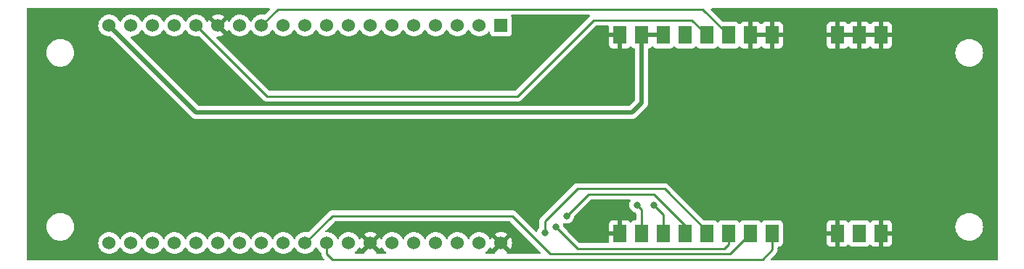
<source format=gbr>
%TF.GenerationSoftware,KiCad,Pcbnew,6.0.11+dfsg-1*%
%TF.CreationDate,2025-08-05T12:34:30+02:00*%
%TF.ProjectId,Kimera,4b696d65-7261-42e6-9b69-6361645f7063,rev?*%
%TF.SameCoordinates,Original*%
%TF.FileFunction,Copper,L1,Top*%
%TF.FilePolarity,Positive*%
%FSLAX46Y46*%
G04 Gerber Fmt 4.6, Leading zero omitted, Abs format (unit mm)*
G04 Created by KiCad (PCBNEW 6.0.11+dfsg-1) date 2025-08-05 12:34:30*
%MOMM*%
%LPD*%
G01*
G04 APERTURE LIST*
%TA.AperFunction,SMDPad,CuDef*%
%ADD10R,1.510000X2.080000*%
%TD*%
%TA.AperFunction,ComponentPad*%
%ADD11R,1.530000X1.530000*%
%TD*%
%TA.AperFunction,ComponentPad*%
%ADD12C,1.530000*%
%TD*%
%TA.AperFunction,ViaPad*%
%ADD13C,0.800000*%
%TD*%
%TA.AperFunction,Conductor*%
%ADD14C,0.250000*%
%TD*%
%TA.AperFunction,Conductor*%
%ADD15C,0.500000*%
%TD*%
G04 APERTURE END LIST*
D10*
%TO.P,U2,12,GND*%
%TO.N,GND*%
X158620000Y-113175000D03*
%TO.P,U2,13,DIO1*%
%TO.N,Net-(U1-Pad8)*%
X161160000Y-113175000D03*
%TO.P,U2,14,BUSY*%
%TO.N,Net-(U1-Pad7)*%
X163700000Y-113175000D03*
%TO.P,U2,15,~{RST}*%
%TO.N,Net-(U1-Pad37)*%
X166240000Y-113175000D03*
%TO.P,U2,16,MISO*%
%TO.N,Net-(U1-Pad31)*%
X168780000Y-113175000D03*
%TO.P,U2,17,MOSI*%
%TO.N,Net-(U1-Pad11)*%
X171320000Y-113175000D03*
%TO.P,U2,18,SCK*%
%TO.N,Net-(U1-Pad29)*%
X173860000Y-113175000D03*
%TO.P,U2,11,GND*%
%TO.N,GND*%
X158620000Y-90025000D03*
%TO.P,U2,10,VCC*%
%TO.N,Net-(U1-Pad19)*%
X161160000Y-90025000D03*
%TO.P,U2,9,VCC*%
X163700000Y-90025000D03*
%TO.P,U2,8,DIO2*%
%TO.N,unconnected-(U2-Pad8)*%
X166240000Y-90025000D03*
%TO.P,U2,7,TXEN*%
%TO.N,Net-(U1-Pad15)*%
X168780000Y-90025000D03*
%TO.P,U2,6,RXEN*%
%TO.N,Net-(U1-Pad12)*%
X171320000Y-90025000D03*
%TO.P,U2,5,GND*%
%TO.N,GND*%
X173860000Y-90025000D03*
%TO.P,U2,4,GND*%
X176400000Y-90025000D03*
%TO.P,U2,19,NSS*%
%TO.N,Net-(U1-Pad30)*%
X176400000Y-113175000D03*
%TO.P,U2,3,GND*%
%TO.N,GND*%
X184000000Y-90025000D03*
%TO.P,U2,2,GND*%
X186540000Y-90025000D03*
%TO.P,U2,1,GND*%
X189080000Y-90025000D03*
%TO.P,U2,20,GND*%
X184000000Y-113175000D03*
%TO.P,U2,21,ANT*%
%TO.N,unconnected-(U2-Pad21)*%
X186540000Y-113175000D03*
%TO.P,U2,22,GND*%
%TO.N,GND*%
X189080000Y-113175000D03*
%TD*%
D11*
%TO.P,U1,1,3V3*%
%TO.N,unconnected-(U1-Pad1)*%
X144770000Y-88900000D03*
D12*
%TO.P,U1,2,EN*%
%TO.N,unconnected-(U1-Pad2)*%
X142230000Y-88900000D03*
%TO.P,U1,3,SENSOR_VP*%
%TO.N,unconnected-(U1-Pad3)*%
X139690000Y-88900000D03*
%TO.P,U1,4,SENSOR_VN*%
%TO.N,unconnected-(U1-Pad4)*%
X137150000Y-88900000D03*
%TO.P,U1,5,IO34*%
%TO.N,unconnected-(U1-Pad5)*%
X134610000Y-88900000D03*
%TO.P,U1,6,IO35*%
%TO.N,unconnected-(U1-Pad6)*%
X132070000Y-88900000D03*
%TO.P,U1,7,IO32*%
%TO.N,Net-(U1-Pad7)*%
X129530000Y-88900000D03*
%TO.P,U1,8,IO33*%
%TO.N,Net-(U1-Pad8)*%
X126990000Y-88900000D03*
%TO.P,U1,9,IO25*%
%TO.N,unconnected-(U1-Pad9)*%
X124450000Y-88900000D03*
%TO.P,U1,10,IO26*%
%TO.N,unconnected-(U1-Pad10)*%
X121910000Y-88900000D03*
%TO.P,U1,11,IO27*%
%TO.N,Net-(U1-Pad11)*%
X119370000Y-88900000D03*
%TO.P,U1,12,IO14*%
%TO.N,Net-(U1-Pad12)*%
X116830000Y-88900000D03*
%TO.P,U1,13,IO12*%
%TO.N,unconnected-(U1-Pad13)*%
X114290000Y-88900000D03*
%TO.P,U1,14,GND1*%
%TO.N,GND*%
X111750000Y-88900000D03*
%TO.P,U1,15,IO13*%
%TO.N,Net-(U1-Pad15)*%
X109210000Y-88900000D03*
%TO.P,U1,16,SD2*%
%TO.N,unconnected-(U1-Pad16)*%
X106670000Y-88900000D03*
%TO.P,U1,17,SD3*%
%TO.N,unconnected-(U1-Pad17)*%
X104130000Y-88900000D03*
%TO.P,U1,18,CMD*%
%TO.N,unconnected-(U1-Pad18)*%
X101590000Y-88900000D03*
%TO.P,U1,19,EXT_5V*%
%TO.N,Net-(U1-Pad19)*%
X99050000Y-88900000D03*
%TO.P,U1,20,CLK*%
%TO.N,unconnected-(U1-Pad20)*%
X99050000Y-114300000D03*
%TO.P,U1,21,SD0*%
%TO.N,unconnected-(U1-Pad21)*%
X101590000Y-114300000D03*
%TO.P,U1,22,SD1*%
%TO.N,unconnected-(U1-Pad22)*%
X104130000Y-114300000D03*
%TO.P,U1,23,IO15*%
%TO.N,unconnected-(U1-Pad23)*%
X106670000Y-114300000D03*
%TO.P,U1,24,IO2*%
%TO.N,unconnected-(U1-Pad24)*%
X109210000Y-114300000D03*
%TO.P,U1,25,IO0*%
%TO.N,unconnected-(U1-Pad25)*%
X111750000Y-114300000D03*
%TO.P,U1,26,IO4*%
%TO.N,unconnected-(U1-Pad26)*%
X114290000Y-114300000D03*
%TO.P,U1,27,IO16*%
%TO.N,unconnected-(U1-Pad27)*%
X116830000Y-114300000D03*
%TO.P,U1,28,IO17*%
%TO.N,unconnected-(U1-Pad28)*%
X119370000Y-114300000D03*
%TO.P,U1,29,IO5*%
%TO.N,Net-(U1-Pad29)*%
X121910000Y-114300000D03*
%TO.P,U1,30,IO18*%
%TO.N,Net-(U1-Pad30)*%
X124450000Y-114300000D03*
%TO.P,U1,31,IO19*%
%TO.N,Net-(U1-Pad31)*%
X126990000Y-114300000D03*
%TO.P,U1,32,GND2*%
%TO.N,GND*%
X129530000Y-114300000D03*
%TO.P,U1,33,IO21*%
%TO.N,unconnected-(U1-Pad33)*%
X132070000Y-114300000D03*
%TO.P,U1,34,RXD0*%
%TO.N,unconnected-(U1-Pad34)*%
X134610000Y-114300000D03*
%TO.P,U1,35,TXD0*%
%TO.N,unconnected-(U1-Pad35)*%
X137150000Y-114300000D03*
%TO.P,U1,36,IO22*%
%TO.N,unconnected-(U1-Pad36)*%
X139690000Y-114300000D03*
%TO.P,U1,37,IO23*%
%TO.N,Net-(U1-Pad37)*%
X142230000Y-114300000D03*
%TO.P,U1,38,GND3*%
%TO.N,GND*%
X144770000Y-114300000D03*
%TD*%
D13*
%TO.N,Net-(U1-Pad7)*%
X162560000Y-109855000D03*
%TO.N,Net-(U1-Pad8)*%
X160655000Y-109855000D03*
%TO.N,Net-(U1-Pad37)*%
X152400000Y-111125000D03*
%TO.N,Net-(U1-Pad31)*%
X149860000Y-113119500D03*
%TO.N,Net-(U1-Pad11)*%
X151130000Y-112395000D03*
%TD*%
D14*
%TO.N,Net-(U1-Pad7)*%
X163700000Y-110995000D02*
X162560000Y-109855000D01*
X163700000Y-113175000D02*
X163700000Y-110995000D01*
%TO.N,Net-(U1-Pad8)*%
X161160000Y-113175000D02*
X161160000Y-110360000D01*
X161160000Y-110360000D02*
X160655000Y-109855000D01*
%TO.N,Net-(U1-Pad37)*%
X166240000Y-113175000D02*
X166240000Y-112265000D01*
X166240000Y-112265000D02*
X162560000Y-108585000D01*
X162560000Y-108585000D02*
X154940000Y-108585000D01*
X154940000Y-108585000D02*
X152400000Y-111125000D01*
%TO.N,Net-(U1-Pad31)*%
X149860000Y-113119500D02*
X149860000Y-111760000D01*
X153670000Y-107950000D02*
X163830000Y-107950000D01*
X149860000Y-111760000D02*
X153670000Y-107950000D01*
X163830000Y-107950000D02*
X168780000Y-112900000D01*
X168780000Y-112900000D02*
X168780000Y-113175000D01*
%TO.N,Net-(U1-Pad29)*%
X173860000Y-113175000D02*
X171465000Y-115570000D01*
X171465000Y-115570000D02*
X150495000Y-115570000D01*
X150495000Y-115570000D02*
X146050000Y-111125000D01*
X146050000Y-111125000D02*
X125085000Y-111125000D01*
X125085000Y-111125000D02*
X121910000Y-114300000D01*
%TO.N,Net-(U1-Pad30)*%
X175260000Y-116205000D02*
X176400000Y-115065000D01*
X176400000Y-115065000D02*
X176400000Y-113175000D01*
X125095000Y-116205000D02*
X175260000Y-116205000D01*
X124450000Y-114300000D02*
X124450000Y-115560000D01*
X124450000Y-115560000D02*
X125095000Y-116205000D01*
%TO.N,Net-(U1-Pad11)*%
X153670000Y-114935000D02*
X170815000Y-114935000D01*
X170815000Y-114935000D02*
X171320000Y-114430000D01*
X171320000Y-114430000D02*
X171320000Y-113175000D01*
X151130000Y-112395000D02*
X153670000Y-114935000D01*
%TO.N,Net-(U1-Pad15)*%
X109210000Y-88900000D02*
X117465000Y-97155000D01*
X117465000Y-97155000D02*
X146685000Y-97155000D01*
X146685000Y-97155000D02*
X155575000Y-88265000D01*
X155575000Y-88265000D02*
X167020000Y-88265000D01*
X167020000Y-88265000D02*
X168780000Y-90025000D01*
%TO.N,Net-(U1-Pad12)*%
X116830000Y-88900000D02*
X118735000Y-86995000D01*
X118735000Y-86995000D02*
X168290000Y-86995000D01*
X168290000Y-86995000D02*
X171320000Y-90025000D01*
D15*
%TO.N,Net-(U1-Pad19)*%
X161160000Y-90025000D02*
X163700000Y-90025000D01*
X109210000Y-99060000D02*
X160020000Y-99060000D01*
X99050000Y-88900000D02*
X109210000Y-99060000D01*
X160020000Y-99060000D02*
X161160000Y-97920000D01*
X161160000Y-97920000D02*
X161160000Y-90025000D01*
%TD*%
%TA.AperFunction,Conductor*%
%TO.N,GND*%
G36*
X117729526Y-86888502D02*
G01*
X117776019Y-86942158D01*
X117786123Y-87012432D01*
X117756629Y-87077012D01*
X117750500Y-87083596D01*
X117214670Y-87619425D01*
X117152358Y-87653450D01*
X117092964Y-87652036D01*
X117091284Y-87651586D01*
X117051986Y-87641056D01*
X116830000Y-87621635D01*
X116608014Y-87641056D01*
X116496770Y-87670864D01*
X116398083Y-87697307D01*
X116398081Y-87697308D01*
X116392773Y-87698730D01*
X116387792Y-87701052D01*
X116387791Y-87701053D01*
X116195805Y-87790577D01*
X116195800Y-87790580D01*
X116190818Y-87792903D01*
X116127824Y-87837012D01*
X116076790Y-87872747D01*
X116008283Y-87920716D01*
X115850716Y-88078283D01*
X115847559Y-88082791D01*
X115847557Y-88082794D01*
X115844706Y-88086866D01*
X115722903Y-88260818D01*
X115720580Y-88265800D01*
X115720577Y-88265805D01*
X115674195Y-88365273D01*
X115627278Y-88418558D01*
X115559001Y-88438019D01*
X115491041Y-88417477D01*
X115445805Y-88365273D01*
X115399423Y-88265805D01*
X115399420Y-88265800D01*
X115397097Y-88260818D01*
X115275294Y-88086866D01*
X115272443Y-88082794D01*
X115272441Y-88082791D01*
X115269284Y-88078283D01*
X115111717Y-87920716D01*
X115077424Y-87896703D01*
X114995113Y-87839068D01*
X114929183Y-87792903D01*
X114924201Y-87790580D01*
X114924196Y-87790577D01*
X114732209Y-87701053D01*
X114732208Y-87701053D01*
X114727227Y-87698730D01*
X114721919Y-87697308D01*
X114721917Y-87697307D01*
X114623230Y-87670864D01*
X114511986Y-87641056D01*
X114290000Y-87621635D01*
X114068014Y-87641056D01*
X113956770Y-87670864D01*
X113858083Y-87697307D01*
X113858081Y-87697308D01*
X113852773Y-87698730D01*
X113847792Y-87701052D01*
X113847791Y-87701053D01*
X113655805Y-87790577D01*
X113655800Y-87790580D01*
X113650818Y-87792903D01*
X113587824Y-87837012D01*
X113536790Y-87872747D01*
X113468283Y-87920716D01*
X113310716Y-88078283D01*
X113307559Y-88082791D01*
X113307557Y-88082794D01*
X113304706Y-88086866D01*
X113182903Y-88260818D01*
X113180580Y-88265800D01*
X113180577Y-88265805D01*
X113133919Y-88365865D01*
X113087002Y-88419150D01*
X113018725Y-88438611D01*
X112950765Y-88418069D01*
X112905529Y-88365865D01*
X112858988Y-88266056D01*
X112853505Y-88256561D01*
X112822360Y-88212081D01*
X112811883Y-88203706D01*
X112798436Y-88210774D01*
X112122022Y-88887188D01*
X112114408Y-88901132D01*
X112114539Y-88902965D01*
X112118790Y-88909580D01*
X112799157Y-89589947D01*
X112810932Y-89596377D01*
X112822947Y-89587081D01*
X112853505Y-89543439D01*
X112858988Y-89533944D01*
X112905529Y-89434135D01*
X112952446Y-89380850D01*
X113020723Y-89361389D01*
X113088683Y-89381931D01*
X113133919Y-89434135D01*
X113180577Y-89534195D01*
X113180580Y-89534200D01*
X113182903Y-89539182D01*
X113222952Y-89596377D01*
X113307085Y-89716531D01*
X113310716Y-89721717D01*
X113468283Y-89879284D01*
X113472792Y-89882441D01*
X113472794Y-89882443D01*
X113524847Y-89918891D01*
X113650817Y-90007097D01*
X113655799Y-90009420D01*
X113655804Y-90009423D01*
X113846779Y-90098475D01*
X113852773Y-90101270D01*
X113858081Y-90102692D01*
X113858083Y-90102693D01*
X113886208Y-90110229D01*
X114068014Y-90158944D01*
X114290000Y-90178365D01*
X114511986Y-90158944D01*
X114693792Y-90110229D01*
X114721917Y-90102693D01*
X114721919Y-90102692D01*
X114727227Y-90101270D01*
X114733221Y-90098475D01*
X114924196Y-90009423D01*
X114924201Y-90009420D01*
X114929183Y-90007097D01*
X115055153Y-89918891D01*
X115107206Y-89882443D01*
X115107208Y-89882441D01*
X115111717Y-89879284D01*
X115269284Y-89721717D01*
X115272916Y-89716531D01*
X115357048Y-89596377D01*
X115397097Y-89539182D01*
X115399420Y-89534200D01*
X115399423Y-89534195D01*
X115445805Y-89434727D01*
X115492722Y-89381442D01*
X115560999Y-89361981D01*
X115628959Y-89382523D01*
X115674195Y-89434727D01*
X115720577Y-89534195D01*
X115720580Y-89534200D01*
X115722903Y-89539182D01*
X115762952Y-89596377D01*
X115847085Y-89716531D01*
X115850716Y-89721717D01*
X116008283Y-89879284D01*
X116012792Y-89882441D01*
X116012794Y-89882443D01*
X116064847Y-89918891D01*
X116190817Y-90007097D01*
X116195799Y-90009420D01*
X116195804Y-90009423D01*
X116386779Y-90098475D01*
X116392773Y-90101270D01*
X116398081Y-90102692D01*
X116398083Y-90102693D01*
X116426208Y-90110229D01*
X116608014Y-90158944D01*
X116830000Y-90178365D01*
X117051986Y-90158944D01*
X117233792Y-90110229D01*
X117261917Y-90102693D01*
X117261919Y-90102692D01*
X117267227Y-90101270D01*
X117273221Y-90098475D01*
X117464196Y-90009423D01*
X117464201Y-90009420D01*
X117469183Y-90007097D01*
X117595153Y-89918891D01*
X117647206Y-89882443D01*
X117647208Y-89882441D01*
X117651717Y-89879284D01*
X117809284Y-89721717D01*
X117812916Y-89716531D01*
X117897048Y-89596377D01*
X117937097Y-89539182D01*
X117939420Y-89534200D01*
X117939423Y-89534195D01*
X117985805Y-89434727D01*
X118032722Y-89381442D01*
X118100999Y-89361981D01*
X118168959Y-89382523D01*
X118214195Y-89434727D01*
X118260577Y-89534195D01*
X118260580Y-89534200D01*
X118262903Y-89539182D01*
X118302952Y-89596377D01*
X118387085Y-89716531D01*
X118390716Y-89721717D01*
X118548283Y-89879284D01*
X118552792Y-89882441D01*
X118552794Y-89882443D01*
X118604847Y-89918891D01*
X118730817Y-90007097D01*
X118735799Y-90009420D01*
X118735804Y-90009423D01*
X118926779Y-90098475D01*
X118932773Y-90101270D01*
X118938081Y-90102692D01*
X118938083Y-90102693D01*
X118966208Y-90110229D01*
X119148014Y-90158944D01*
X119370000Y-90178365D01*
X119591986Y-90158944D01*
X119773792Y-90110229D01*
X119801917Y-90102693D01*
X119801919Y-90102692D01*
X119807227Y-90101270D01*
X119813221Y-90098475D01*
X120004196Y-90009423D01*
X120004201Y-90009420D01*
X120009183Y-90007097D01*
X120135153Y-89918891D01*
X120187206Y-89882443D01*
X120187208Y-89882441D01*
X120191717Y-89879284D01*
X120349284Y-89721717D01*
X120352916Y-89716531D01*
X120437048Y-89596377D01*
X120477097Y-89539182D01*
X120479420Y-89534200D01*
X120479423Y-89534195D01*
X120525805Y-89434727D01*
X120572722Y-89381442D01*
X120640999Y-89361981D01*
X120708959Y-89382523D01*
X120754195Y-89434727D01*
X120800577Y-89534195D01*
X120800580Y-89534200D01*
X120802903Y-89539182D01*
X120842952Y-89596377D01*
X120927085Y-89716531D01*
X120930716Y-89721717D01*
X121088283Y-89879284D01*
X121092792Y-89882441D01*
X121092794Y-89882443D01*
X121144847Y-89918891D01*
X121270817Y-90007097D01*
X121275799Y-90009420D01*
X121275804Y-90009423D01*
X121466779Y-90098475D01*
X121472773Y-90101270D01*
X121478081Y-90102692D01*
X121478083Y-90102693D01*
X121506208Y-90110229D01*
X121688014Y-90158944D01*
X121910000Y-90178365D01*
X122131986Y-90158944D01*
X122313792Y-90110229D01*
X122341917Y-90102693D01*
X122341919Y-90102692D01*
X122347227Y-90101270D01*
X122353221Y-90098475D01*
X122544196Y-90009423D01*
X122544201Y-90009420D01*
X122549183Y-90007097D01*
X122675153Y-89918891D01*
X122727206Y-89882443D01*
X122727208Y-89882441D01*
X122731717Y-89879284D01*
X122889284Y-89721717D01*
X122892916Y-89716531D01*
X122977048Y-89596377D01*
X123017097Y-89539182D01*
X123019420Y-89534200D01*
X123019423Y-89534195D01*
X123065805Y-89434727D01*
X123112722Y-89381442D01*
X123180999Y-89361981D01*
X123248959Y-89382523D01*
X123294195Y-89434727D01*
X123340577Y-89534195D01*
X123340580Y-89534200D01*
X123342903Y-89539182D01*
X123382952Y-89596377D01*
X123467085Y-89716531D01*
X123470716Y-89721717D01*
X123628283Y-89879284D01*
X123632792Y-89882441D01*
X123632794Y-89882443D01*
X123684847Y-89918891D01*
X123810817Y-90007097D01*
X123815799Y-90009420D01*
X123815804Y-90009423D01*
X124006779Y-90098475D01*
X124012773Y-90101270D01*
X124018081Y-90102692D01*
X124018083Y-90102693D01*
X124046208Y-90110229D01*
X124228014Y-90158944D01*
X124450000Y-90178365D01*
X124671986Y-90158944D01*
X124853792Y-90110229D01*
X124881917Y-90102693D01*
X124881919Y-90102692D01*
X124887227Y-90101270D01*
X124893221Y-90098475D01*
X125084196Y-90009423D01*
X125084201Y-90009420D01*
X125089183Y-90007097D01*
X125215153Y-89918891D01*
X125267206Y-89882443D01*
X125267208Y-89882441D01*
X125271717Y-89879284D01*
X125429284Y-89721717D01*
X125432916Y-89716531D01*
X125517048Y-89596377D01*
X125557097Y-89539182D01*
X125559420Y-89534200D01*
X125559423Y-89534195D01*
X125605805Y-89434727D01*
X125652722Y-89381442D01*
X125720999Y-89361981D01*
X125788959Y-89382523D01*
X125834195Y-89434727D01*
X125880577Y-89534195D01*
X125880580Y-89534200D01*
X125882903Y-89539182D01*
X125922952Y-89596377D01*
X126007085Y-89716531D01*
X126010716Y-89721717D01*
X126168283Y-89879284D01*
X126172792Y-89882441D01*
X126172794Y-89882443D01*
X126224847Y-89918891D01*
X126350817Y-90007097D01*
X126355799Y-90009420D01*
X126355804Y-90009423D01*
X126546779Y-90098475D01*
X126552773Y-90101270D01*
X126558081Y-90102692D01*
X126558083Y-90102693D01*
X126586208Y-90110229D01*
X126768014Y-90158944D01*
X126990000Y-90178365D01*
X127211986Y-90158944D01*
X127393792Y-90110229D01*
X127421917Y-90102693D01*
X127421919Y-90102692D01*
X127427227Y-90101270D01*
X127433221Y-90098475D01*
X127624196Y-90009423D01*
X127624201Y-90009420D01*
X127629183Y-90007097D01*
X127755153Y-89918891D01*
X127807206Y-89882443D01*
X127807208Y-89882441D01*
X127811717Y-89879284D01*
X127969284Y-89721717D01*
X127972916Y-89716531D01*
X128057048Y-89596377D01*
X128097097Y-89539182D01*
X128099420Y-89534200D01*
X128099423Y-89534195D01*
X128145805Y-89434727D01*
X128192722Y-89381442D01*
X128260999Y-89361981D01*
X128328959Y-89382523D01*
X128374195Y-89434727D01*
X128420577Y-89534195D01*
X128420580Y-89534200D01*
X128422903Y-89539182D01*
X128462952Y-89596377D01*
X128547085Y-89716531D01*
X128550716Y-89721717D01*
X128708283Y-89879284D01*
X128712792Y-89882441D01*
X128712794Y-89882443D01*
X128764847Y-89918891D01*
X128890817Y-90007097D01*
X128895799Y-90009420D01*
X128895804Y-90009423D01*
X129086779Y-90098475D01*
X129092773Y-90101270D01*
X129098081Y-90102692D01*
X129098083Y-90102693D01*
X129126208Y-90110229D01*
X129308014Y-90158944D01*
X129530000Y-90178365D01*
X129751986Y-90158944D01*
X129933792Y-90110229D01*
X129961917Y-90102693D01*
X129961919Y-90102692D01*
X129967227Y-90101270D01*
X129973221Y-90098475D01*
X130164196Y-90009423D01*
X130164201Y-90009420D01*
X130169183Y-90007097D01*
X130295153Y-89918891D01*
X130347206Y-89882443D01*
X130347208Y-89882441D01*
X130351717Y-89879284D01*
X130509284Y-89721717D01*
X130512916Y-89716531D01*
X130597048Y-89596377D01*
X130637097Y-89539182D01*
X130639420Y-89534200D01*
X130639423Y-89534195D01*
X130685805Y-89434727D01*
X130732722Y-89381442D01*
X130800999Y-89361981D01*
X130868959Y-89382523D01*
X130914195Y-89434727D01*
X130960577Y-89534195D01*
X130960580Y-89534200D01*
X130962903Y-89539182D01*
X131002952Y-89596377D01*
X131087085Y-89716531D01*
X131090716Y-89721717D01*
X131248283Y-89879284D01*
X131252792Y-89882441D01*
X131252794Y-89882443D01*
X131304847Y-89918891D01*
X131430817Y-90007097D01*
X131435799Y-90009420D01*
X131435804Y-90009423D01*
X131626779Y-90098475D01*
X131632773Y-90101270D01*
X131638081Y-90102692D01*
X131638083Y-90102693D01*
X131666208Y-90110229D01*
X131848014Y-90158944D01*
X132070000Y-90178365D01*
X132291986Y-90158944D01*
X132473792Y-90110229D01*
X132501917Y-90102693D01*
X132501919Y-90102692D01*
X132507227Y-90101270D01*
X132513221Y-90098475D01*
X132704196Y-90009423D01*
X132704201Y-90009420D01*
X132709183Y-90007097D01*
X132835153Y-89918891D01*
X132887206Y-89882443D01*
X132887208Y-89882441D01*
X132891717Y-89879284D01*
X133049284Y-89721717D01*
X133052916Y-89716531D01*
X133137048Y-89596377D01*
X133177097Y-89539182D01*
X133179420Y-89534200D01*
X133179423Y-89534195D01*
X133225805Y-89434727D01*
X133272722Y-89381442D01*
X133340999Y-89361981D01*
X133408959Y-89382523D01*
X133454195Y-89434727D01*
X133500577Y-89534195D01*
X133500580Y-89534200D01*
X133502903Y-89539182D01*
X133542952Y-89596377D01*
X133627085Y-89716531D01*
X133630716Y-89721717D01*
X133788283Y-89879284D01*
X133792792Y-89882441D01*
X133792794Y-89882443D01*
X133844847Y-89918891D01*
X133970817Y-90007097D01*
X133975799Y-90009420D01*
X133975804Y-90009423D01*
X134166779Y-90098475D01*
X134172773Y-90101270D01*
X134178081Y-90102692D01*
X134178083Y-90102693D01*
X134206208Y-90110229D01*
X134388014Y-90158944D01*
X134610000Y-90178365D01*
X134831986Y-90158944D01*
X135013792Y-90110229D01*
X135041917Y-90102693D01*
X135041919Y-90102692D01*
X135047227Y-90101270D01*
X135053221Y-90098475D01*
X135244196Y-90009423D01*
X135244201Y-90009420D01*
X135249183Y-90007097D01*
X135375153Y-89918891D01*
X135427206Y-89882443D01*
X135427208Y-89882441D01*
X135431717Y-89879284D01*
X135589284Y-89721717D01*
X135592916Y-89716531D01*
X135677048Y-89596377D01*
X135717097Y-89539182D01*
X135719420Y-89534200D01*
X135719423Y-89534195D01*
X135765805Y-89434727D01*
X135812722Y-89381442D01*
X135880999Y-89361981D01*
X135948959Y-89382523D01*
X135994195Y-89434727D01*
X136040577Y-89534195D01*
X136040580Y-89534200D01*
X136042903Y-89539182D01*
X136082952Y-89596377D01*
X136167085Y-89716531D01*
X136170716Y-89721717D01*
X136328283Y-89879284D01*
X136332792Y-89882441D01*
X136332794Y-89882443D01*
X136384847Y-89918891D01*
X136510817Y-90007097D01*
X136515799Y-90009420D01*
X136515804Y-90009423D01*
X136706779Y-90098475D01*
X136712773Y-90101270D01*
X136718081Y-90102692D01*
X136718083Y-90102693D01*
X136746208Y-90110229D01*
X136928014Y-90158944D01*
X137150000Y-90178365D01*
X137371986Y-90158944D01*
X137553792Y-90110229D01*
X137581917Y-90102693D01*
X137581919Y-90102692D01*
X137587227Y-90101270D01*
X137593221Y-90098475D01*
X137784196Y-90009423D01*
X137784201Y-90009420D01*
X137789183Y-90007097D01*
X137915153Y-89918891D01*
X137967206Y-89882443D01*
X137967208Y-89882441D01*
X137971717Y-89879284D01*
X138129284Y-89721717D01*
X138132916Y-89716531D01*
X138217048Y-89596377D01*
X138257097Y-89539182D01*
X138259420Y-89534200D01*
X138259423Y-89534195D01*
X138305805Y-89434727D01*
X138352722Y-89381442D01*
X138420999Y-89361981D01*
X138488959Y-89382523D01*
X138534195Y-89434727D01*
X138580577Y-89534195D01*
X138580580Y-89534200D01*
X138582903Y-89539182D01*
X138622952Y-89596377D01*
X138707085Y-89716531D01*
X138710716Y-89721717D01*
X138868283Y-89879284D01*
X138872792Y-89882441D01*
X138872794Y-89882443D01*
X138924847Y-89918891D01*
X139050817Y-90007097D01*
X139055799Y-90009420D01*
X139055804Y-90009423D01*
X139246779Y-90098475D01*
X139252773Y-90101270D01*
X139258081Y-90102692D01*
X139258083Y-90102693D01*
X139286208Y-90110229D01*
X139468014Y-90158944D01*
X139690000Y-90178365D01*
X139911986Y-90158944D01*
X140093792Y-90110229D01*
X140121917Y-90102693D01*
X140121919Y-90102692D01*
X140127227Y-90101270D01*
X140133221Y-90098475D01*
X140324196Y-90009423D01*
X140324201Y-90009420D01*
X140329183Y-90007097D01*
X140455153Y-89918891D01*
X140507206Y-89882443D01*
X140507208Y-89882441D01*
X140511717Y-89879284D01*
X140669284Y-89721717D01*
X140672916Y-89716531D01*
X140757048Y-89596377D01*
X140797097Y-89539182D01*
X140799420Y-89534200D01*
X140799423Y-89534195D01*
X140845805Y-89434727D01*
X140892722Y-89381442D01*
X140960999Y-89361981D01*
X141028959Y-89382523D01*
X141074195Y-89434727D01*
X141120577Y-89534195D01*
X141120580Y-89534200D01*
X141122903Y-89539182D01*
X141162952Y-89596377D01*
X141247085Y-89716531D01*
X141250716Y-89721717D01*
X141408283Y-89879284D01*
X141412792Y-89882441D01*
X141412794Y-89882443D01*
X141464847Y-89918891D01*
X141590817Y-90007097D01*
X141595799Y-90009420D01*
X141595804Y-90009423D01*
X141786779Y-90098475D01*
X141792773Y-90101270D01*
X141798081Y-90102692D01*
X141798083Y-90102693D01*
X141826208Y-90110229D01*
X142008014Y-90158944D01*
X142230000Y-90178365D01*
X142451986Y-90158944D01*
X142633792Y-90110229D01*
X142661917Y-90102693D01*
X142661919Y-90102692D01*
X142667227Y-90101270D01*
X142673221Y-90098475D01*
X142864196Y-90009423D01*
X142864201Y-90009420D01*
X142869183Y-90007097D01*
X142995153Y-89918891D01*
X143047206Y-89882443D01*
X143047208Y-89882441D01*
X143051717Y-89879284D01*
X143209284Y-89721717D01*
X143212916Y-89716531D01*
X143267287Y-89638881D01*
X143322745Y-89594553D01*
X143393364Y-89587244D01*
X143456724Y-89619275D01*
X143492709Y-89680477D01*
X143495906Y-89706342D01*
X143496316Y-89706320D01*
X143496500Y-89709717D01*
X143496500Y-89713134D01*
X143503255Y-89775316D01*
X143554385Y-89911705D01*
X143641739Y-90028261D01*
X143758295Y-90115615D01*
X143894684Y-90166745D01*
X143956866Y-90173500D01*
X145583134Y-90173500D01*
X145645316Y-90166745D01*
X145781705Y-90115615D01*
X145898261Y-90028261D01*
X145985615Y-89911705D01*
X146036745Y-89775316D01*
X146043500Y-89713134D01*
X146043500Y-88086866D01*
X146036745Y-88024684D01*
X145985615Y-87888295D01*
X145941974Y-87830065D01*
X145917126Y-87763559D01*
X145932179Y-87694176D01*
X145982353Y-87643946D01*
X146042800Y-87628500D01*
X155011406Y-87628500D01*
X155079527Y-87648502D01*
X155126020Y-87702158D01*
X155136124Y-87772432D01*
X155106630Y-87837012D01*
X155100501Y-87843595D01*
X146459500Y-96484595D01*
X146397188Y-96518621D01*
X146370405Y-96521500D01*
X117779594Y-96521500D01*
X117711473Y-96501498D01*
X117690499Y-96484595D01*
X114225066Y-93019162D01*
X111593441Y-90387536D01*
X111559416Y-90325226D01*
X111564481Y-90254411D01*
X111607028Y-90197575D01*
X111673548Y-90172764D01*
X111693518Y-90172922D01*
X111744524Y-90177384D01*
X111755475Y-90177384D01*
X111966419Y-90158928D01*
X111977214Y-90157025D01*
X112181745Y-90102221D01*
X112192038Y-90098475D01*
X112383953Y-90008984D01*
X112393431Y-90003512D01*
X112437920Y-89972359D01*
X112446294Y-89961883D01*
X112439226Y-89948436D01*
X110700843Y-88210053D01*
X110689068Y-88203623D01*
X110677053Y-88212919D01*
X110646495Y-88256561D01*
X110641012Y-88266056D01*
X110594471Y-88365865D01*
X110547554Y-88419150D01*
X110479277Y-88438611D01*
X110411317Y-88418069D01*
X110366081Y-88365865D01*
X110319423Y-88265805D01*
X110319420Y-88265800D01*
X110317097Y-88260818D01*
X110195294Y-88086866D01*
X110192443Y-88082794D01*
X110192441Y-88082791D01*
X110189284Y-88078283D01*
X110031717Y-87920716D01*
X109997424Y-87896703D01*
X109915113Y-87839068D01*
X109913755Y-87838117D01*
X111053706Y-87838117D01*
X111060774Y-87851564D01*
X111737188Y-88527978D01*
X111751132Y-88535592D01*
X111752965Y-88535461D01*
X111759580Y-88531210D01*
X112439947Y-87850843D01*
X112446377Y-87839068D01*
X112437084Y-87827055D01*
X112393431Y-87796488D01*
X112383953Y-87791016D01*
X112192038Y-87701525D01*
X112181745Y-87697779D01*
X111977214Y-87642975D01*
X111966419Y-87641072D01*
X111755475Y-87622616D01*
X111744525Y-87622616D01*
X111533581Y-87641072D01*
X111522786Y-87642975D01*
X111318255Y-87697779D01*
X111307963Y-87701525D01*
X111116056Y-87791012D01*
X111106561Y-87796495D01*
X111062081Y-87827640D01*
X111053706Y-87838117D01*
X109913755Y-87838117D01*
X109849183Y-87792903D01*
X109844201Y-87790580D01*
X109844196Y-87790577D01*
X109652209Y-87701053D01*
X109652208Y-87701053D01*
X109647227Y-87698730D01*
X109641919Y-87697308D01*
X109641917Y-87697307D01*
X109543230Y-87670864D01*
X109431986Y-87641056D01*
X109210000Y-87621635D01*
X108988014Y-87641056D01*
X108876770Y-87670864D01*
X108778083Y-87697307D01*
X108778081Y-87697308D01*
X108772773Y-87698730D01*
X108767792Y-87701052D01*
X108767791Y-87701053D01*
X108575805Y-87790577D01*
X108575800Y-87790580D01*
X108570818Y-87792903D01*
X108507824Y-87837012D01*
X108456790Y-87872747D01*
X108388283Y-87920716D01*
X108230716Y-88078283D01*
X108227559Y-88082791D01*
X108227557Y-88082794D01*
X108224706Y-88086866D01*
X108102903Y-88260818D01*
X108100580Y-88265800D01*
X108100577Y-88265805D01*
X108054195Y-88365273D01*
X108007278Y-88418558D01*
X107939001Y-88438019D01*
X107871041Y-88417477D01*
X107825805Y-88365273D01*
X107779423Y-88265805D01*
X107779420Y-88265800D01*
X107777097Y-88260818D01*
X107655294Y-88086866D01*
X107652443Y-88082794D01*
X107652441Y-88082791D01*
X107649284Y-88078283D01*
X107491717Y-87920716D01*
X107457424Y-87896703D01*
X107375113Y-87839068D01*
X107309183Y-87792903D01*
X107304201Y-87790580D01*
X107304196Y-87790577D01*
X107112209Y-87701053D01*
X107112208Y-87701053D01*
X107107227Y-87698730D01*
X107101919Y-87697308D01*
X107101917Y-87697307D01*
X107003230Y-87670864D01*
X106891986Y-87641056D01*
X106670000Y-87621635D01*
X106448014Y-87641056D01*
X106336770Y-87670864D01*
X106238083Y-87697307D01*
X106238081Y-87697308D01*
X106232773Y-87698730D01*
X106227792Y-87701052D01*
X106227791Y-87701053D01*
X106035805Y-87790577D01*
X106035800Y-87790580D01*
X106030818Y-87792903D01*
X105967824Y-87837012D01*
X105916790Y-87872747D01*
X105848283Y-87920716D01*
X105690716Y-88078283D01*
X105687559Y-88082791D01*
X105687557Y-88082794D01*
X105684706Y-88086866D01*
X105562903Y-88260818D01*
X105560580Y-88265800D01*
X105560577Y-88265805D01*
X105514195Y-88365273D01*
X105467278Y-88418558D01*
X105399001Y-88438019D01*
X105331041Y-88417477D01*
X105285805Y-88365273D01*
X105239423Y-88265805D01*
X105239420Y-88265800D01*
X105237097Y-88260818D01*
X105115294Y-88086866D01*
X105112443Y-88082794D01*
X105112441Y-88082791D01*
X105109284Y-88078283D01*
X104951717Y-87920716D01*
X104917424Y-87896703D01*
X104835113Y-87839068D01*
X104769183Y-87792903D01*
X104764201Y-87790580D01*
X104764196Y-87790577D01*
X104572209Y-87701053D01*
X104572208Y-87701053D01*
X104567227Y-87698730D01*
X104561919Y-87697308D01*
X104561917Y-87697307D01*
X104463230Y-87670864D01*
X104351986Y-87641056D01*
X104130000Y-87621635D01*
X103908014Y-87641056D01*
X103796770Y-87670864D01*
X103698083Y-87697307D01*
X103698081Y-87697308D01*
X103692773Y-87698730D01*
X103687792Y-87701052D01*
X103687791Y-87701053D01*
X103495805Y-87790577D01*
X103495800Y-87790580D01*
X103490818Y-87792903D01*
X103427824Y-87837012D01*
X103376790Y-87872747D01*
X103308283Y-87920716D01*
X103150716Y-88078283D01*
X103147559Y-88082791D01*
X103147557Y-88082794D01*
X103144706Y-88086866D01*
X103022903Y-88260818D01*
X103020580Y-88265800D01*
X103020577Y-88265805D01*
X102974195Y-88365273D01*
X102927278Y-88418558D01*
X102859001Y-88438019D01*
X102791041Y-88417477D01*
X102745805Y-88365273D01*
X102699423Y-88265805D01*
X102699420Y-88265800D01*
X102697097Y-88260818D01*
X102575294Y-88086866D01*
X102572443Y-88082794D01*
X102572441Y-88082791D01*
X102569284Y-88078283D01*
X102411717Y-87920716D01*
X102377424Y-87896703D01*
X102295113Y-87839068D01*
X102229183Y-87792903D01*
X102224201Y-87790580D01*
X102224196Y-87790577D01*
X102032209Y-87701053D01*
X102032208Y-87701053D01*
X102027227Y-87698730D01*
X102021919Y-87697308D01*
X102021917Y-87697307D01*
X101923230Y-87670864D01*
X101811986Y-87641056D01*
X101590000Y-87621635D01*
X101368014Y-87641056D01*
X101256770Y-87670864D01*
X101158083Y-87697307D01*
X101158081Y-87697308D01*
X101152773Y-87698730D01*
X101147792Y-87701052D01*
X101147791Y-87701053D01*
X100955805Y-87790577D01*
X100955800Y-87790580D01*
X100950818Y-87792903D01*
X100887824Y-87837012D01*
X100836790Y-87872747D01*
X100768283Y-87920716D01*
X100610716Y-88078283D01*
X100607559Y-88082791D01*
X100607557Y-88082794D01*
X100604706Y-88086866D01*
X100482903Y-88260818D01*
X100480580Y-88265800D01*
X100480577Y-88265805D01*
X100434195Y-88365273D01*
X100387278Y-88418558D01*
X100319001Y-88438019D01*
X100251041Y-88417477D01*
X100205805Y-88365273D01*
X100159423Y-88265805D01*
X100159420Y-88265800D01*
X100157097Y-88260818D01*
X100035294Y-88086866D01*
X100032443Y-88082794D01*
X100032441Y-88082791D01*
X100029284Y-88078283D01*
X99871717Y-87920716D01*
X99837424Y-87896703D01*
X99755113Y-87839068D01*
X99689183Y-87792903D01*
X99684201Y-87790580D01*
X99684196Y-87790577D01*
X99492209Y-87701053D01*
X99492208Y-87701053D01*
X99487227Y-87698730D01*
X99481919Y-87697308D01*
X99481917Y-87697307D01*
X99383230Y-87670864D01*
X99271986Y-87641056D01*
X99050000Y-87621635D01*
X98828014Y-87641056D01*
X98716770Y-87670864D01*
X98618083Y-87697307D01*
X98618081Y-87697308D01*
X98612773Y-87698730D01*
X98607792Y-87701052D01*
X98607791Y-87701053D01*
X98415805Y-87790577D01*
X98415800Y-87790580D01*
X98410818Y-87792903D01*
X98347824Y-87837012D01*
X98296790Y-87872747D01*
X98228283Y-87920716D01*
X98070716Y-88078283D01*
X98067559Y-88082791D01*
X98067557Y-88082794D01*
X98064706Y-88086866D01*
X97942903Y-88260818D01*
X97940580Y-88265800D01*
X97940577Y-88265805D01*
X97851656Y-88456498D01*
X97848730Y-88462773D01*
X97847308Y-88468081D01*
X97847307Y-88468083D01*
X97842367Y-88486521D01*
X97791056Y-88678014D01*
X97771635Y-88900000D01*
X97791056Y-89121986D01*
X97848730Y-89337227D01*
X97851052Y-89342208D01*
X97851053Y-89342209D01*
X97940577Y-89534195D01*
X97940580Y-89534200D01*
X97942903Y-89539182D01*
X97982952Y-89596377D01*
X98067085Y-89716531D01*
X98070716Y-89721717D01*
X98228283Y-89879284D01*
X98232792Y-89882441D01*
X98232794Y-89882443D01*
X98284847Y-89918891D01*
X98410817Y-90007097D01*
X98415799Y-90009420D01*
X98415804Y-90009423D01*
X98606779Y-90098475D01*
X98612773Y-90101270D01*
X98618081Y-90102692D01*
X98618083Y-90102693D01*
X98646208Y-90110229D01*
X98828014Y-90158944D01*
X99050000Y-90178365D01*
X99055475Y-90177886D01*
X99180608Y-90166939D01*
X99250213Y-90180929D01*
X99280684Y-90203365D01*
X108626230Y-99548911D01*
X108638616Y-99563323D01*
X108647149Y-99574918D01*
X108647154Y-99574923D01*
X108651492Y-99580818D01*
X108657070Y-99585557D01*
X108657073Y-99585560D01*
X108691768Y-99615035D01*
X108699284Y-99621965D01*
X108704980Y-99627661D01*
X108707841Y-99629924D01*
X108707846Y-99629929D01*
X108727266Y-99645293D01*
X108730667Y-99648082D01*
X108786285Y-99695333D01*
X108792798Y-99698659D01*
X108797837Y-99702020D01*
X108802979Y-99705196D01*
X108808716Y-99709734D01*
X108874875Y-99740655D01*
X108878769Y-99742558D01*
X108943808Y-99775769D01*
X108950917Y-99777508D01*
X108956551Y-99779604D01*
X108962321Y-99781523D01*
X108968950Y-99784622D01*
X108976113Y-99786112D01*
X108976116Y-99786113D01*
X109026830Y-99796661D01*
X109040435Y-99799491D01*
X109044701Y-99800457D01*
X109115610Y-99817808D01*
X109121212Y-99818156D01*
X109121215Y-99818156D01*
X109126764Y-99818500D01*
X109126762Y-99818535D01*
X109130734Y-99818775D01*
X109134955Y-99819152D01*
X109142115Y-99820641D01*
X109219542Y-99818546D01*
X109222950Y-99818500D01*
X159952930Y-99818500D01*
X159971880Y-99819933D01*
X159986115Y-99822099D01*
X159986119Y-99822099D01*
X159993349Y-99823199D01*
X160000641Y-99822606D01*
X160000644Y-99822606D01*
X160046018Y-99818915D01*
X160056233Y-99818500D01*
X160064293Y-99818500D01*
X160081680Y-99816473D01*
X160092507Y-99815211D01*
X160096882Y-99814778D01*
X160162339Y-99809454D01*
X160162342Y-99809453D01*
X160169637Y-99808860D01*
X160176601Y-99806604D01*
X160182560Y-99805413D01*
X160188415Y-99804029D01*
X160195681Y-99803182D01*
X160264327Y-99778265D01*
X160268455Y-99776848D01*
X160330936Y-99756607D01*
X160330938Y-99756606D01*
X160337899Y-99754351D01*
X160344154Y-99750555D01*
X160349628Y-99748049D01*
X160355058Y-99745330D01*
X160361937Y-99742833D01*
X160368058Y-99738820D01*
X160422976Y-99702814D01*
X160426680Y-99700477D01*
X160489107Y-99662595D01*
X160497484Y-99655197D01*
X160497508Y-99655224D01*
X160500500Y-99652571D01*
X160503733Y-99649868D01*
X160509852Y-99645856D01*
X160563128Y-99589617D01*
X160565506Y-99587175D01*
X161648911Y-98503770D01*
X161663323Y-98491384D01*
X161674918Y-98482851D01*
X161674923Y-98482846D01*
X161680818Y-98478508D01*
X161685557Y-98472930D01*
X161685560Y-98472927D01*
X161715035Y-98438232D01*
X161721965Y-98430716D01*
X161727660Y-98425021D01*
X161745281Y-98402749D01*
X161748072Y-98399345D01*
X161790591Y-98349297D01*
X161790592Y-98349295D01*
X161795333Y-98343715D01*
X161798661Y-98337199D01*
X161802020Y-98332162D01*
X161805194Y-98327023D01*
X161809734Y-98321284D01*
X161840636Y-98255163D01*
X161842569Y-98251209D01*
X161846239Y-98244021D01*
X161875769Y-98186192D01*
X161877510Y-98179076D01*
X161879604Y-98173446D01*
X161881523Y-98167679D01*
X161884621Y-98161050D01*
X161899483Y-98089600D01*
X161900453Y-98085315D01*
X161916473Y-98019844D01*
X161917808Y-98014390D01*
X161918500Y-98003236D01*
X161918536Y-98003238D01*
X161918775Y-97999248D01*
X161919150Y-97995050D01*
X161920640Y-97987885D01*
X161918546Y-97910479D01*
X161918500Y-97907072D01*
X161918500Y-92075000D01*
X197776526Y-92075000D01*
X197796391Y-92327403D01*
X197855495Y-92573591D01*
X197952384Y-92807502D01*
X198084672Y-93023376D01*
X198249102Y-93215898D01*
X198441624Y-93380328D01*
X198657498Y-93512616D01*
X198662068Y-93514509D01*
X198662072Y-93514511D01*
X198886836Y-93607611D01*
X198891409Y-93609505D01*
X198976032Y-93629821D01*
X199132784Y-93667454D01*
X199132790Y-93667455D01*
X199137597Y-93668609D01*
X199237416Y-93676465D01*
X199324345Y-93683307D01*
X199324352Y-93683307D01*
X199326801Y-93683500D01*
X199453199Y-93683500D01*
X199455648Y-93683307D01*
X199455655Y-93683307D01*
X199542584Y-93676465D01*
X199642403Y-93668609D01*
X199647210Y-93667455D01*
X199647216Y-93667454D01*
X199803968Y-93629821D01*
X199888591Y-93609505D01*
X199893164Y-93607611D01*
X200117928Y-93514511D01*
X200117932Y-93514509D01*
X200122502Y-93512616D01*
X200338376Y-93380328D01*
X200530898Y-93215898D01*
X200695328Y-93023376D01*
X200827616Y-92807502D01*
X200924505Y-92573591D01*
X200983609Y-92327403D01*
X201003474Y-92075000D01*
X200983609Y-91822597D01*
X200924505Y-91576409D01*
X200922611Y-91571836D01*
X200829511Y-91347072D01*
X200829509Y-91347068D01*
X200827616Y-91342498D01*
X200695328Y-91126624D01*
X200530898Y-90934102D01*
X200338376Y-90769672D01*
X200122502Y-90637384D01*
X200117932Y-90635491D01*
X200117928Y-90635489D01*
X199893164Y-90542389D01*
X199893162Y-90542388D01*
X199888591Y-90540495D01*
X199803968Y-90520179D01*
X199647216Y-90482546D01*
X199647210Y-90482545D01*
X199642403Y-90481391D01*
X199542584Y-90473535D01*
X199455655Y-90466693D01*
X199455648Y-90466693D01*
X199453199Y-90466500D01*
X199326801Y-90466500D01*
X199324352Y-90466693D01*
X199324345Y-90466693D01*
X199237416Y-90473535D01*
X199137597Y-90481391D01*
X199132790Y-90482545D01*
X199132784Y-90482546D01*
X198976032Y-90520179D01*
X198891409Y-90540495D01*
X198886838Y-90542388D01*
X198886836Y-90542389D01*
X198662072Y-90635489D01*
X198662068Y-90635491D01*
X198657498Y-90637384D01*
X198441624Y-90769672D01*
X198249102Y-90934102D01*
X198084672Y-91126624D01*
X197952384Y-91342498D01*
X197950491Y-91347068D01*
X197950489Y-91347072D01*
X197857389Y-91571836D01*
X197855495Y-91576409D01*
X197796391Y-91822597D01*
X197776526Y-92075000D01*
X161918500Y-92075000D01*
X161918500Y-91690682D01*
X161938502Y-91622561D01*
X161992158Y-91576068D01*
X162015354Y-91568099D01*
X162017459Y-91567599D01*
X162025316Y-91566745D01*
X162161705Y-91515615D01*
X162278261Y-91428261D01*
X162329174Y-91360328D01*
X162386033Y-91317813D01*
X162456852Y-91312787D01*
X162519145Y-91346847D01*
X162530826Y-91360328D01*
X162581739Y-91428261D01*
X162698295Y-91515615D01*
X162834684Y-91566745D01*
X162896866Y-91573500D01*
X164503134Y-91573500D01*
X164565316Y-91566745D01*
X164701705Y-91515615D01*
X164818261Y-91428261D01*
X164869174Y-91360328D01*
X164926033Y-91317813D01*
X164996852Y-91312787D01*
X165059145Y-91346847D01*
X165070826Y-91360328D01*
X165121739Y-91428261D01*
X165238295Y-91515615D01*
X165374684Y-91566745D01*
X165436866Y-91573500D01*
X167043134Y-91573500D01*
X167105316Y-91566745D01*
X167241705Y-91515615D01*
X167358261Y-91428261D01*
X167409174Y-91360328D01*
X167466033Y-91317813D01*
X167536852Y-91312787D01*
X167599145Y-91346847D01*
X167610826Y-91360328D01*
X167661739Y-91428261D01*
X167778295Y-91515615D01*
X167914684Y-91566745D01*
X167976866Y-91573500D01*
X169583134Y-91573500D01*
X169645316Y-91566745D01*
X169781705Y-91515615D01*
X169898261Y-91428261D01*
X169949174Y-91360328D01*
X170006033Y-91317813D01*
X170076852Y-91312787D01*
X170139145Y-91346847D01*
X170150826Y-91360328D01*
X170201739Y-91428261D01*
X170318295Y-91515615D01*
X170454684Y-91566745D01*
X170516866Y-91573500D01*
X172123134Y-91573500D01*
X172185316Y-91566745D01*
X172321705Y-91515615D01*
X172438261Y-91428261D01*
X172489489Y-91359908D01*
X172546345Y-91317396D01*
X172617163Y-91312370D01*
X172679457Y-91346430D01*
X172691138Y-91359911D01*
X172736715Y-91420724D01*
X172749276Y-91433285D01*
X172851351Y-91509786D01*
X172866946Y-91518324D01*
X172987394Y-91563478D01*
X173002649Y-91567105D01*
X173053514Y-91572631D01*
X173060328Y-91573000D01*
X173587885Y-91573000D01*
X173603124Y-91568525D01*
X173604329Y-91567135D01*
X173606000Y-91559452D01*
X173606000Y-91554884D01*
X174114000Y-91554884D01*
X174118475Y-91570123D01*
X174119865Y-91571328D01*
X174127548Y-91572999D01*
X174659669Y-91572999D01*
X174666490Y-91572629D01*
X174717352Y-91567105D01*
X174732604Y-91563479D01*
X174853054Y-91518324D01*
X174868649Y-91509786D01*
X174970724Y-91433285D01*
X174983281Y-91420728D01*
X175029173Y-91359494D01*
X175086033Y-91316979D01*
X175156851Y-91311953D01*
X175219145Y-91346013D01*
X175230827Y-91359494D01*
X175276719Y-91420728D01*
X175289276Y-91433285D01*
X175391351Y-91509786D01*
X175406946Y-91518324D01*
X175527394Y-91563478D01*
X175542649Y-91567105D01*
X175593514Y-91572631D01*
X175600328Y-91573000D01*
X176127885Y-91573000D01*
X176143124Y-91568525D01*
X176144329Y-91567135D01*
X176146000Y-91559452D01*
X176146000Y-91554884D01*
X176654000Y-91554884D01*
X176658475Y-91570123D01*
X176659865Y-91571328D01*
X176667548Y-91572999D01*
X177199669Y-91572999D01*
X177206490Y-91572629D01*
X177257352Y-91567105D01*
X177272604Y-91563479D01*
X177393054Y-91518324D01*
X177408649Y-91509786D01*
X177510724Y-91433285D01*
X177523285Y-91420724D01*
X177599786Y-91318649D01*
X177608324Y-91303054D01*
X177653478Y-91182606D01*
X177657105Y-91167351D01*
X177662631Y-91116486D01*
X177663000Y-91109672D01*
X177663000Y-91109669D01*
X182737001Y-91109669D01*
X182737371Y-91116490D01*
X182742895Y-91167352D01*
X182746521Y-91182604D01*
X182791676Y-91303054D01*
X182800214Y-91318649D01*
X182876715Y-91420724D01*
X182889276Y-91433285D01*
X182991351Y-91509786D01*
X183006946Y-91518324D01*
X183127394Y-91563478D01*
X183142649Y-91567105D01*
X183193514Y-91572631D01*
X183200328Y-91573000D01*
X183727885Y-91573000D01*
X183743124Y-91568525D01*
X183744329Y-91567135D01*
X183746000Y-91559452D01*
X183746000Y-91554884D01*
X184254000Y-91554884D01*
X184258475Y-91570123D01*
X184259865Y-91571328D01*
X184267548Y-91572999D01*
X184799669Y-91572999D01*
X184806490Y-91572629D01*
X184857352Y-91567105D01*
X184872604Y-91563479D01*
X184993054Y-91518324D01*
X185008649Y-91509786D01*
X185110724Y-91433285D01*
X185123281Y-91420728D01*
X185169173Y-91359494D01*
X185226033Y-91316979D01*
X185296851Y-91311953D01*
X185359145Y-91346013D01*
X185370827Y-91359494D01*
X185416719Y-91420728D01*
X185429276Y-91433285D01*
X185531351Y-91509786D01*
X185546946Y-91518324D01*
X185667394Y-91563478D01*
X185682649Y-91567105D01*
X185733514Y-91572631D01*
X185740328Y-91573000D01*
X186267885Y-91573000D01*
X186283124Y-91568525D01*
X186284329Y-91567135D01*
X186286000Y-91559452D01*
X186286000Y-91554884D01*
X186794000Y-91554884D01*
X186798475Y-91570123D01*
X186799865Y-91571328D01*
X186807548Y-91572999D01*
X187339669Y-91572999D01*
X187346490Y-91572629D01*
X187397352Y-91567105D01*
X187412604Y-91563479D01*
X187533054Y-91518324D01*
X187548649Y-91509786D01*
X187650724Y-91433285D01*
X187663281Y-91420728D01*
X187709173Y-91359494D01*
X187766033Y-91316979D01*
X187836851Y-91311953D01*
X187899145Y-91346013D01*
X187910827Y-91359494D01*
X187956719Y-91420728D01*
X187969276Y-91433285D01*
X188071351Y-91509786D01*
X188086946Y-91518324D01*
X188207394Y-91563478D01*
X188222649Y-91567105D01*
X188273514Y-91572631D01*
X188280328Y-91573000D01*
X188807885Y-91573000D01*
X188823124Y-91568525D01*
X188824329Y-91567135D01*
X188826000Y-91559452D01*
X188826000Y-91554884D01*
X189334000Y-91554884D01*
X189338475Y-91570123D01*
X189339865Y-91571328D01*
X189347548Y-91572999D01*
X189879669Y-91572999D01*
X189886490Y-91572629D01*
X189937352Y-91567105D01*
X189952604Y-91563479D01*
X190073054Y-91518324D01*
X190088649Y-91509786D01*
X190190724Y-91433285D01*
X190203285Y-91420724D01*
X190279786Y-91318649D01*
X190288324Y-91303054D01*
X190333478Y-91182606D01*
X190337105Y-91167351D01*
X190342631Y-91116486D01*
X190343000Y-91109672D01*
X190343000Y-90297115D01*
X190338525Y-90281876D01*
X190337135Y-90280671D01*
X190329452Y-90279000D01*
X189352115Y-90279000D01*
X189336876Y-90283475D01*
X189335671Y-90284865D01*
X189334000Y-90292548D01*
X189334000Y-91554884D01*
X188826000Y-91554884D01*
X188826000Y-90297115D01*
X188821525Y-90281876D01*
X188820135Y-90280671D01*
X188812452Y-90279000D01*
X187817001Y-90279000D01*
X187817001Y-90276699D01*
X187803000Y-90277199D01*
X187803000Y-90279000D01*
X186812115Y-90279000D01*
X186796876Y-90283475D01*
X186795671Y-90284865D01*
X186794000Y-90292548D01*
X186794000Y-91554884D01*
X186286000Y-91554884D01*
X186286000Y-90297115D01*
X186281525Y-90281876D01*
X186280135Y-90280671D01*
X186272452Y-90279000D01*
X185277001Y-90279000D01*
X185277001Y-90276699D01*
X185263000Y-90277199D01*
X185263000Y-90279000D01*
X184272115Y-90279000D01*
X184256876Y-90283475D01*
X184255671Y-90284865D01*
X184254000Y-90292548D01*
X184254000Y-91554884D01*
X183746000Y-91554884D01*
X183746000Y-90297115D01*
X183741525Y-90281876D01*
X183740135Y-90280671D01*
X183732452Y-90279000D01*
X182755116Y-90279000D01*
X182739877Y-90283475D01*
X182738672Y-90284865D01*
X182737001Y-90292548D01*
X182737001Y-91109669D01*
X177663000Y-91109669D01*
X177663000Y-90297115D01*
X177658525Y-90281876D01*
X177657135Y-90280671D01*
X177649452Y-90279000D01*
X176672115Y-90279000D01*
X176656876Y-90283475D01*
X176655671Y-90284865D01*
X176654000Y-90292548D01*
X176654000Y-91554884D01*
X176146000Y-91554884D01*
X176146000Y-90297115D01*
X176141525Y-90281876D01*
X176140135Y-90280671D01*
X176132452Y-90279000D01*
X175137001Y-90279000D01*
X175137001Y-90276699D01*
X175123000Y-90277199D01*
X175123000Y-90279000D01*
X174132115Y-90279000D01*
X174116876Y-90283475D01*
X174115671Y-90284865D01*
X174114000Y-90292548D01*
X174114000Y-91554884D01*
X173606000Y-91554884D01*
X173606000Y-89752885D01*
X174114000Y-89752885D01*
X174118475Y-89768124D01*
X174119865Y-89769329D01*
X174127548Y-89771000D01*
X175122999Y-89771000D01*
X175122999Y-89773301D01*
X175137000Y-89772801D01*
X175137000Y-89771000D01*
X176127885Y-89771000D01*
X176143124Y-89766525D01*
X176144329Y-89765135D01*
X176146000Y-89757452D01*
X176146000Y-89752885D01*
X176654000Y-89752885D01*
X176658475Y-89768124D01*
X176659865Y-89769329D01*
X176667548Y-89771000D01*
X177644884Y-89771000D01*
X177660123Y-89766525D01*
X177661328Y-89765135D01*
X177662999Y-89757452D01*
X177662999Y-89752885D01*
X182737000Y-89752885D01*
X182741475Y-89768124D01*
X182742865Y-89769329D01*
X182750548Y-89771000D01*
X183727885Y-89771000D01*
X183743124Y-89766525D01*
X183744329Y-89765135D01*
X183746000Y-89757452D01*
X183746000Y-89752885D01*
X184254000Y-89752885D01*
X184258475Y-89768124D01*
X184259865Y-89769329D01*
X184267548Y-89771000D01*
X185262999Y-89771000D01*
X185262999Y-89773301D01*
X185277000Y-89772801D01*
X185277000Y-89771000D01*
X186267885Y-89771000D01*
X186283124Y-89766525D01*
X186284329Y-89765135D01*
X186286000Y-89757452D01*
X186286000Y-89752885D01*
X186794000Y-89752885D01*
X186798475Y-89768124D01*
X186799865Y-89769329D01*
X186807548Y-89771000D01*
X187802999Y-89771000D01*
X187802999Y-89773301D01*
X187817000Y-89772801D01*
X187817000Y-89771000D01*
X188807885Y-89771000D01*
X188823124Y-89766525D01*
X188824329Y-89765135D01*
X188826000Y-89757452D01*
X188826000Y-89752885D01*
X189334000Y-89752885D01*
X189338475Y-89768124D01*
X189339865Y-89769329D01*
X189347548Y-89771000D01*
X190324884Y-89771000D01*
X190340123Y-89766525D01*
X190341328Y-89765135D01*
X190342999Y-89757452D01*
X190342999Y-88940331D01*
X190342629Y-88933510D01*
X190337105Y-88882648D01*
X190333479Y-88867396D01*
X190288324Y-88746946D01*
X190279786Y-88731351D01*
X190203285Y-88629276D01*
X190190724Y-88616715D01*
X190088649Y-88540214D01*
X190073054Y-88531676D01*
X189952606Y-88486522D01*
X189937351Y-88482895D01*
X189886486Y-88477369D01*
X189879672Y-88477000D01*
X189352115Y-88477000D01*
X189336876Y-88481475D01*
X189335671Y-88482865D01*
X189334000Y-88490548D01*
X189334000Y-89752885D01*
X188826000Y-89752885D01*
X188826000Y-88495116D01*
X188821525Y-88479877D01*
X188820135Y-88478672D01*
X188812452Y-88477001D01*
X188280331Y-88477001D01*
X188273510Y-88477371D01*
X188222648Y-88482895D01*
X188207396Y-88486521D01*
X188086946Y-88531676D01*
X188071351Y-88540214D01*
X187969276Y-88616715D01*
X187956719Y-88629272D01*
X187910827Y-88690506D01*
X187853967Y-88733021D01*
X187783149Y-88738047D01*
X187720855Y-88703987D01*
X187709173Y-88690506D01*
X187663281Y-88629272D01*
X187650724Y-88616715D01*
X187548649Y-88540214D01*
X187533054Y-88531676D01*
X187412606Y-88486522D01*
X187397351Y-88482895D01*
X187346486Y-88477369D01*
X187339672Y-88477000D01*
X186812115Y-88477000D01*
X186796876Y-88481475D01*
X186795671Y-88482865D01*
X186794000Y-88490548D01*
X186794000Y-89752885D01*
X186286000Y-89752885D01*
X186286000Y-88495116D01*
X186281525Y-88479877D01*
X186280135Y-88478672D01*
X186272452Y-88477001D01*
X185740331Y-88477001D01*
X185733510Y-88477371D01*
X185682648Y-88482895D01*
X185667396Y-88486521D01*
X185546946Y-88531676D01*
X185531351Y-88540214D01*
X185429276Y-88616715D01*
X185416719Y-88629272D01*
X185370827Y-88690506D01*
X185313967Y-88733021D01*
X185243149Y-88738047D01*
X185180855Y-88703987D01*
X185169173Y-88690506D01*
X185123281Y-88629272D01*
X185110724Y-88616715D01*
X185008649Y-88540214D01*
X184993054Y-88531676D01*
X184872606Y-88486522D01*
X184857351Y-88482895D01*
X184806486Y-88477369D01*
X184799672Y-88477000D01*
X184272115Y-88477000D01*
X184256876Y-88481475D01*
X184255671Y-88482865D01*
X184254000Y-88490548D01*
X184254000Y-89752885D01*
X183746000Y-89752885D01*
X183746000Y-88495116D01*
X183741525Y-88479877D01*
X183740135Y-88478672D01*
X183732452Y-88477001D01*
X183200331Y-88477001D01*
X183193510Y-88477371D01*
X183142648Y-88482895D01*
X183127396Y-88486521D01*
X183006946Y-88531676D01*
X182991351Y-88540214D01*
X182889276Y-88616715D01*
X182876715Y-88629276D01*
X182800214Y-88731351D01*
X182791676Y-88746946D01*
X182746522Y-88867394D01*
X182742895Y-88882649D01*
X182737369Y-88933514D01*
X182737000Y-88940328D01*
X182737000Y-89752885D01*
X177662999Y-89752885D01*
X177662999Y-88940331D01*
X177662629Y-88933510D01*
X177657105Y-88882648D01*
X177653479Y-88867396D01*
X177608324Y-88746946D01*
X177599786Y-88731351D01*
X177523285Y-88629276D01*
X177510724Y-88616715D01*
X177408649Y-88540214D01*
X177393054Y-88531676D01*
X177272606Y-88486522D01*
X177257351Y-88482895D01*
X177206486Y-88477369D01*
X177199672Y-88477000D01*
X176672115Y-88477000D01*
X176656876Y-88481475D01*
X176655671Y-88482865D01*
X176654000Y-88490548D01*
X176654000Y-89752885D01*
X176146000Y-89752885D01*
X176146000Y-88495116D01*
X176141525Y-88479877D01*
X176140135Y-88478672D01*
X176132452Y-88477001D01*
X175600331Y-88477001D01*
X175593510Y-88477371D01*
X175542648Y-88482895D01*
X175527396Y-88486521D01*
X175406946Y-88531676D01*
X175391351Y-88540214D01*
X175289276Y-88616715D01*
X175276719Y-88629272D01*
X175230827Y-88690506D01*
X175173967Y-88733021D01*
X175103149Y-88738047D01*
X175040855Y-88703987D01*
X175029173Y-88690506D01*
X174983281Y-88629272D01*
X174970724Y-88616715D01*
X174868649Y-88540214D01*
X174853054Y-88531676D01*
X174732606Y-88486522D01*
X174717351Y-88482895D01*
X174666486Y-88477369D01*
X174659672Y-88477000D01*
X174132115Y-88477000D01*
X174116876Y-88481475D01*
X174115671Y-88482865D01*
X174114000Y-88490548D01*
X174114000Y-89752885D01*
X173606000Y-89752885D01*
X173606000Y-88495116D01*
X173601525Y-88479877D01*
X173600135Y-88478672D01*
X173592452Y-88477001D01*
X173060331Y-88477001D01*
X173053510Y-88477371D01*
X173002648Y-88482895D01*
X172987396Y-88486521D01*
X172866946Y-88531676D01*
X172851351Y-88540214D01*
X172749276Y-88616715D01*
X172736715Y-88629276D01*
X172691138Y-88690089D01*
X172634279Y-88732604D01*
X172563460Y-88737630D01*
X172501167Y-88703570D01*
X172489497Y-88690102D01*
X172438261Y-88621739D01*
X172321705Y-88534385D01*
X172185316Y-88483255D01*
X172123134Y-88476500D01*
X170719594Y-88476500D01*
X170651473Y-88456498D01*
X170630499Y-88439595D01*
X169274500Y-87083595D01*
X169240474Y-87021283D01*
X169245539Y-86950467D01*
X169288086Y-86893632D01*
X169354606Y-86868821D01*
X169363595Y-86868500D01*
X202565500Y-86868500D01*
X202633621Y-86888502D01*
X202680114Y-86942158D01*
X202691500Y-86994500D01*
X202691500Y-116205500D01*
X202671498Y-116273621D01*
X202617842Y-116320114D01*
X202565500Y-116331500D01*
X176333594Y-116331500D01*
X176265473Y-116311498D01*
X176218980Y-116257842D01*
X176208876Y-116187568D01*
X176238370Y-116122988D01*
X176244499Y-116116405D01*
X176792247Y-115568657D01*
X176800537Y-115561113D01*
X176807018Y-115557000D01*
X176853659Y-115507332D01*
X176856413Y-115504491D01*
X176876134Y-115484770D01*
X176878612Y-115481575D01*
X176886318Y-115472553D01*
X176911158Y-115446101D01*
X176916586Y-115440321D01*
X176926346Y-115422568D01*
X176937199Y-115406045D01*
X176944753Y-115396306D01*
X176949613Y-115390041D01*
X176967176Y-115349457D01*
X176972383Y-115338827D01*
X176993695Y-115300060D01*
X176995666Y-115292383D01*
X176995668Y-115292378D01*
X176998732Y-115280442D01*
X177005138Y-115261730D01*
X177010034Y-115250417D01*
X177013181Y-115243145D01*
X177020097Y-115199481D01*
X177022504Y-115187860D01*
X177031528Y-115152711D01*
X177031528Y-115152710D01*
X177033500Y-115145030D01*
X177033500Y-115124769D01*
X177035051Y-115105058D01*
X177036979Y-115092885D01*
X177038219Y-115085057D01*
X177034059Y-115041046D01*
X177033500Y-115029189D01*
X177033500Y-114849500D01*
X177053502Y-114781379D01*
X177107158Y-114734886D01*
X177159500Y-114723500D01*
X177203134Y-114723500D01*
X177265316Y-114716745D01*
X177401705Y-114665615D01*
X177518261Y-114578261D01*
X177605615Y-114461705D01*
X177656745Y-114325316D01*
X177663500Y-114263134D01*
X177663500Y-114259669D01*
X182737001Y-114259669D01*
X182737371Y-114266490D01*
X182742895Y-114317352D01*
X182746521Y-114332604D01*
X182791676Y-114453054D01*
X182800214Y-114468649D01*
X182876715Y-114570724D01*
X182889276Y-114583285D01*
X182991351Y-114659786D01*
X183006946Y-114668324D01*
X183127394Y-114713478D01*
X183142649Y-114717105D01*
X183193514Y-114722631D01*
X183200328Y-114723000D01*
X183727885Y-114723000D01*
X183743124Y-114718525D01*
X183744329Y-114717135D01*
X183746000Y-114709452D01*
X183746000Y-114704884D01*
X184254000Y-114704884D01*
X184258475Y-114720123D01*
X184259865Y-114721328D01*
X184267548Y-114722999D01*
X184799669Y-114722999D01*
X184806490Y-114722629D01*
X184857352Y-114717105D01*
X184872604Y-114713479D01*
X184993054Y-114668324D01*
X185008649Y-114659786D01*
X185110724Y-114583285D01*
X185123285Y-114570724D01*
X185168862Y-114509911D01*
X185225721Y-114467396D01*
X185296540Y-114462370D01*
X185358833Y-114496430D01*
X185370503Y-114509898D01*
X185421739Y-114578261D01*
X185538295Y-114665615D01*
X185674684Y-114716745D01*
X185736866Y-114723500D01*
X187343134Y-114723500D01*
X187405316Y-114716745D01*
X187541705Y-114665615D01*
X187658261Y-114578261D01*
X187709489Y-114509908D01*
X187766345Y-114467396D01*
X187837163Y-114462370D01*
X187899457Y-114496430D01*
X187911138Y-114509911D01*
X187956715Y-114570724D01*
X187969276Y-114583285D01*
X188071351Y-114659786D01*
X188086946Y-114668324D01*
X188207394Y-114713478D01*
X188222649Y-114717105D01*
X188273514Y-114722631D01*
X188280328Y-114723000D01*
X188807885Y-114723000D01*
X188823124Y-114718525D01*
X188824329Y-114717135D01*
X188826000Y-114709452D01*
X188826000Y-114704884D01*
X189334000Y-114704884D01*
X189338475Y-114720123D01*
X189339865Y-114721328D01*
X189347548Y-114722999D01*
X189879669Y-114722999D01*
X189886490Y-114722629D01*
X189937352Y-114717105D01*
X189952604Y-114713479D01*
X190073054Y-114668324D01*
X190088649Y-114659786D01*
X190190724Y-114583285D01*
X190203285Y-114570724D01*
X190279786Y-114468649D01*
X190288324Y-114453054D01*
X190333478Y-114332606D01*
X190337105Y-114317351D01*
X190342631Y-114266486D01*
X190343000Y-114259672D01*
X190343000Y-113447115D01*
X190338525Y-113431876D01*
X190337135Y-113430671D01*
X190329452Y-113429000D01*
X189352115Y-113429000D01*
X189336876Y-113433475D01*
X189335671Y-113434865D01*
X189334000Y-113442548D01*
X189334000Y-114704884D01*
X188826000Y-114704884D01*
X188826000Y-112902885D01*
X189334000Y-112902885D01*
X189338475Y-112918124D01*
X189339865Y-112919329D01*
X189347548Y-112921000D01*
X190324884Y-112921000D01*
X190340123Y-112916525D01*
X190341328Y-112915135D01*
X190342999Y-112907452D01*
X190342999Y-112395000D01*
X197776526Y-112395000D01*
X197796391Y-112647403D01*
X197797545Y-112652210D01*
X197797546Y-112652216D01*
X197822037Y-112754226D01*
X197855495Y-112893591D01*
X197857388Y-112898162D01*
X197857389Y-112898164D01*
X197942493Y-113103622D01*
X197952384Y-113127502D01*
X198084672Y-113343376D01*
X198249102Y-113535898D01*
X198441624Y-113700328D01*
X198657498Y-113832616D01*
X198662068Y-113834509D01*
X198662072Y-113834511D01*
X198886836Y-113927611D01*
X198891409Y-113929505D01*
X198976032Y-113949821D01*
X199132784Y-113987454D01*
X199132790Y-113987455D01*
X199137597Y-113988609D01*
X199237416Y-113996465D01*
X199324345Y-114003307D01*
X199324352Y-114003307D01*
X199326801Y-114003500D01*
X199453199Y-114003500D01*
X199455648Y-114003307D01*
X199455655Y-114003307D01*
X199542584Y-113996465D01*
X199642403Y-113988609D01*
X199647210Y-113987455D01*
X199647216Y-113987454D01*
X199803968Y-113949821D01*
X199888591Y-113929505D01*
X199893164Y-113927611D01*
X200117928Y-113834511D01*
X200117932Y-113834509D01*
X200122502Y-113832616D01*
X200338376Y-113700328D01*
X200530898Y-113535898D01*
X200695328Y-113343376D01*
X200827616Y-113127502D01*
X200837508Y-113103622D01*
X200922611Y-112898164D01*
X200922612Y-112898162D01*
X200924505Y-112893591D01*
X200957963Y-112754226D01*
X200982454Y-112652216D01*
X200982455Y-112652210D01*
X200983609Y-112647403D01*
X201003474Y-112395000D01*
X200983609Y-112142597D01*
X200971061Y-112090328D01*
X200929881Y-111918803D01*
X200924505Y-111896409D01*
X200918168Y-111881109D01*
X200829511Y-111667072D01*
X200829509Y-111667068D01*
X200827616Y-111662498D01*
X200695328Y-111446624D01*
X200530898Y-111254102D01*
X200338376Y-111089672D01*
X200122502Y-110957384D01*
X200117932Y-110955491D01*
X200117928Y-110955489D01*
X199893164Y-110862389D01*
X199893162Y-110862388D01*
X199888591Y-110860495D01*
X199766347Y-110831147D01*
X199647216Y-110802546D01*
X199647210Y-110802545D01*
X199642403Y-110801391D01*
X199542584Y-110793535D01*
X199455655Y-110786693D01*
X199455648Y-110786693D01*
X199453199Y-110786500D01*
X199326801Y-110786500D01*
X199324352Y-110786693D01*
X199324345Y-110786693D01*
X199237416Y-110793535D01*
X199137597Y-110801391D01*
X199132790Y-110802545D01*
X199132784Y-110802546D01*
X199013653Y-110831147D01*
X198891409Y-110860495D01*
X198886838Y-110862388D01*
X198886836Y-110862389D01*
X198662072Y-110955489D01*
X198662068Y-110955491D01*
X198657498Y-110957384D01*
X198441624Y-111089672D01*
X198249102Y-111254102D01*
X198084672Y-111446624D01*
X197952384Y-111662498D01*
X197950491Y-111667068D01*
X197950489Y-111667072D01*
X197861832Y-111881109D01*
X197855495Y-111896409D01*
X197850119Y-111918803D01*
X197808940Y-112090328D01*
X197796391Y-112142597D01*
X197776526Y-112395000D01*
X190342999Y-112395000D01*
X190342999Y-112090331D01*
X190342629Y-112083510D01*
X190337105Y-112032648D01*
X190333479Y-112017396D01*
X190288324Y-111896946D01*
X190279786Y-111881351D01*
X190203285Y-111779276D01*
X190190724Y-111766715D01*
X190088649Y-111690214D01*
X190073054Y-111681676D01*
X189952606Y-111636522D01*
X189937351Y-111632895D01*
X189886486Y-111627369D01*
X189879672Y-111627000D01*
X189352115Y-111627000D01*
X189336876Y-111631475D01*
X189335671Y-111632865D01*
X189334000Y-111640548D01*
X189334000Y-112902885D01*
X188826000Y-112902885D01*
X188826000Y-111645116D01*
X188821525Y-111629877D01*
X188820135Y-111628672D01*
X188812452Y-111627001D01*
X188280331Y-111627001D01*
X188273510Y-111627371D01*
X188222648Y-111632895D01*
X188207396Y-111636521D01*
X188086946Y-111681676D01*
X188071351Y-111690214D01*
X187969276Y-111766715D01*
X187956715Y-111779276D01*
X187911138Y-111840089D01*
X187854279Y-111882604D01*
X187783460Y-111887630D01*
X187721167Y-111853570D01*
X187709497Y-111840102D01*
X187658261Y-111771739D01*
X187541705Y-111684385D01*
X187405316Y-111633255D01*
X187343134Y-111626500D01*
X185736866Y-111626500D01*
X185674684Y-111633255D01*
X185538295Y-111684385D01*
X185421739Y-111771739D01*
X185370511Y-111840092D01*
X185313655Y-111882604D01*
X185242837Y-111887630D01*
X185180543Y-111853570D01*
X185168862Y-111840089D01*
X185123285Y-111779276D01*
X185110724Y-111766715D01*
X185008649Y-111690214D01*
X184993054Y-111681676D01*
X184872606Y-111636522D01*
X184857351Y-111632895D01*
X184806486Y-111627369D01*
X184799672Y-111627000D01*
X184272115Y-111627000D01*
X184256876Y-111631475D01*
X184255671Y-111632865D01*
X184254000Y-111640548D01*
X184254000Y-114704884D01*
X183746000Y-114704884D01*
X183746000Y-113447115D01*
X183741525Y-113431876D01*
X183740135Y-113430671D01*
X183732452Y-113429000D01*
X182755116Y-113429000D01*
X182739877Y-113433475D01*
X182738672Y-113434865D01*
X182737001Y-113442548D01*
X182737001Y-114259669D01*
X177663500Y-114259669D01*
X177663500Y-112902885D01*
X182737000Y-112902885D01*
X182741475Y-112918124D01*
X182742865Y-112919329D01*
X182750548Y-112921000D01*
X183727885Y-112921000D01*
X183743124Y-112916525D01*
X183744329Y-112915135D01*
X183746000Y-112907452D01*
X183746000Y-111645116D01*
X183741525Y-111629877D01*
X183740135Y-111628672D01*
X183732452Y-111627001D01*
X183200331Y-111627001D01*
X183193510Y-111627371D01*
X183142648Y-111632895D01*
X183127396Y-111636521D01*
X183006946Y-111681676D01*
X182991351Y-111690214D01*
X182889276Y-111766715D01*
X182876715Y-111779276D01*
X182800214Y-111881351D01*
X182791676Y-111896946D01*
X182746522Y-112017394D01*
X182742895Y-112032649D01*
X182737369Y-112083514D01*
X182737000Y-112090328D01*
X182737000Y-112902885D01*
X177663500Y-112902885D01*
X177663500Y-112086866D01*
X177656745Y-112024684D01*
X177605615Y-111888295D01*
X177518261Y-111771739D01*
X177401705Y-111684385D01*
X177265316Y-111633255D01*
X177203134Y-111626500D01*
X175596866Y-111626500D01*
X175534684Y-111633255D01*
X175398295Y-111684385D01*
X175281739Y-111771739D01*
X175276358Y-111778919D01*
X175230826Y-111839672D01*
X175173967Y-111882187D01*
X175103148Y-111887213D01*
X175040855Y-111853153D01*
X175029174Y-111839672D01*
X174983642Y-111778919D01*
X174978261Y-111771739D01*
X174861705Y-111684385D01*
X174725316Y-111633255D01*
X174663134Y-111626500D01*
X173056866Y-111626500D01*
X172994684Y-111633255D01*
X172858295Y-111684385D01*
X172741739Y-111771739D01*
X172736358Y-111778919D01*
X172690826Y-111839672D01*
X172633967Y-111882187D01*
X172563148Y-111887213D01*
X172500855Y-111853153D01*
X172489174Y-111839672D01*
X172443642Y-111778919D01*
X172438261Y-111771739D01*
X172321705Y-111684385D01*
X172185316Y-111633255D01*
X172123134Y-111626500D01*
X170516866Y-111626500D01*
X170454684Y-111633255D01*
X170318295Y-111684385D01*
X170201739Y-111771739D01*
X170196358Y-111778919D01*
X170150826Y-111839672D01*
X170093967Y-111882187D01*
X170023148Y-111887213D01*
X169960855Y-111853153D01*
X169949174Y-111839672D01*
X169903642Y-111778919D01*
X169898261Y-111771739D01*
X169781705Y-111684385D01*
X169645316Y-111633255D01*
X169583134Y-111626500D01*
X168454594Y-111626500D01*
X168386473Y-111606498D01*
X168365499Y-111589595D01*
X164333652Y-107557747D01*
X164326112Y-107549461D01*
X164322000Y-107542982D01*
X164272348Y-107496356D01*
X164269507Y-107493602D01*
X164249770Y-107473865D01*
X164246573Y-107471385D01*
X164237551Y-107463680D01*
X164233397Y-107459779D01*
X164205321Y-107433414D01*
X164198375Y-107429595D01*
X164198372Y-107429593D01*
X164187566Y-107423652D01*
X164171047Y-107412801D01*
X164170583Y-107412441D01*
X164155041Y-107400386D01*
X164147772Y-107397241D01*
X164147768Y-107397238D01*
X164114463Y-107382826D01*
X164103813Y-107377609D01*
X164065060Y-107356305D01*
X164045437Y-107351267D01*
X164026734Y-107344863D01*
X164015420Y-107339967D01*
X164015419Y-107339967D01*
X164008145Y-107336819D01*
X164000322Y-107335580D01*
X164000312Y-107335577D01*
X163964476Y-107329901D01*
X163952856Y-107327495D01*
X163917711Y-107318472D01*
X163917710Y-107318472D01*
X163910030Y-107316500D01*
X163889776Y-107316500D01*
X163870065Y-107314949D01*
X163857886Y-107313020D01*
X163850057Y-107311780D01*
X163820786Y-107314547D01*
X163806039Y-107315941D01*
X163794181Y-107316500D01*
X153748768Y-107316500D01*
X153737585Y-107315973D01*
X153730092Y-107314298D01*
X153722166Y-107314547D01*
X153722165Y-107314547D01*
X153662002Y-107316438D01*
X153658044Y-107316500D01*
X153630144Y-107316500D01*
X153626154Y-107317004D01*
X153614320Y-107317936D01*
X153570111Y-107319326D01*
X153562495Y-107321539D01*
X153562493Y-107321539D01*
X153550652Y-107324979D01*
X153531293Y-107328988D01*
X153529983Y-107329154D01*
X153511203Y-107331526D01*
X153503837Y-107334442D01*
X153503831Y-107334444D01*
X153470098Y-107347800D01*
X153458868Y-107351645D01*
X153442828Y-107356305D01*
X153416407Y-107363981D01*
X153409584Y-107368016D01*
X153398966Y-107374295D01*
X153381213Y-107382992D01*
X153373568Y-107386019D01*
X153362383Y-107390448D01*
X153348705Y-107400386D01*
X153326612Y-107416437D01*
X153316695Y-107422951D01*
X153278638Y-107445458D01*
X153264317Y-107459779D01*
X153249284Y-107472619D01*
X153232893Y-107484528D01*
X153224217Y-107495016D01*
X153204702Y-107518605D01*
X153196712Y-107527384D01*
X149467747Y-111256348D01*
X149459461Y-111263888D01*
X149452982Y-111268000D01*
X149447557Y-111273777D01*
X149406357Y-111317651D01*
X149403602Y-111320493D01*
X149383865Y-111340230D01*
X149381385Y-111343427D01*
X149373682Y-111352447D01*
X149343414Y-111384679D01*
X149339595Y-111391625D01*
X149339593Y-111391628D01*
X149333652Y-111402434D01*
X149322801Y-111418953D01*
X149310386Y-111434959D01*
X149307241Y-111442228D01*
X149307238Y-111442232D01*
X149292826Y-111475537D01*
X149287609Y-111486187D01*
X149266305Y-111524940D01*
X149264334Y-111532615D01*
X149264334Y-111532616D01*
X149261267Y-111544562D01*
X149254863Y-111563266D01*
X149246819Y-111581855D01*
X149245580Y-111589678D01*
X149245577Y-111589688D01*
X149239901Y-111625524D01*
X149237495Y-111637144D01*
X149228472Y-111672289D01*
X149226500Y-111679970D01*
X149226500Y-111700224D01*
X149224949Y-111719934D01*
X149221780Y-111739943D01*
X149222526Y-111747835D01*
X149225941Y-111783961D01*
X149226500Y-111795819D01*
X149226500Y-112416976D01*
X149206498Y-112485097D01*
X149194142Y-112501279D01*
X149120960Y-112582556D01*
X149025473Y-112747944D01*
X149023432Y-112754226D01*
X148977029Y-112897038D01*
X148936955Y-112955643D01*
X148871558Y-112983280D01*
X148801602Y-112971173D01*
X148768101Y-112947196D01*
X146553652Y-110732747D01*
X146546112Y-110724461D01*
X146542000Y-110717982D01*
X146492348Y-110671356D01*
X146489507Y-110668602D01*
X146469770Y-110648865D01*
X146466573Y-110646385D01*
X146457551Y-110638680D01*
X146444122Y-110626069D01*
X146425321Y-110608414D01*
X146418375Y-110604595D01*
X146418372Y-110604593D01*
X146407566Y-110598652D01*
X146391047Y-110587801D01*
X146390583Y-110587441D01*
X146375041Y-110575386D01*
X146367772Y-110572241D01*
X146367768Y-110572238D01*
X146334463Y-110557826D01*
X146323813Y-110552609D01*
X146285060Y-110531305D01*
X146275908Y-110528955D01*
X146265438Y-110526267D01*
X146246734Y-110519863D01*
X146235420Y-110514967D01*
X146235419Y-110514967D01*
X146228145Y-110511819D01*
X146220322Y-110510580D01*
X146220312Y-110510577D01*
X146184476Y-110504901D01*
X146172856Y-110502495D01*
X146137711Y-110493472D01*
X146137710Y-110493472D01*
X146130030Y-110491500D01*
X146109776Y-110491500D01*
X146090065Y-110489949D01*
X146077886Y-110488020D01*
X146070057Y-110486780D01*
X146040786Y-110489547D01*
X146026039Y-110490941D01*
X146014181Y-110491500D01*
X125163767Y-110491500D01*
X125152584Y-110490973D01*
X125145091Y-110489298D01*
X125137165Y-110489547D01*
X125137164Y-110489547D01*
X125077014Y-110491438D01*
X125073055Y-110491500D01*
X125045144Y-110491500D01*
X125041210Y-110491997D01*
X125041209Y-110491997D01*
X125041144Y-110492005D01*
X125029307Y-110492938D01*
X124997049Y-110493952D01*
X124993030Y-110494078D01*
X124985111Y-110494327D01*
X124965657Y-110499979D01*
X124946300Y-110503987D01*
X124934070Y-110505532D01*
X124934069Y-110505532D01*
X124926203Y-110506526D01*
X124918832Y-110509445D01*
X124918830Y-110509445D01*
X124885088Y-110522804D01*
X124873858Y-110526649D01*
X124839017Y-110536771D01*
X124839016Y-110536771D01*
X124831407Y-110538982D01*
X124824588Y-110543015D01*
X124824583Y-110543017D01*
X124813972Y-110549293D01*
X124796224Y-110557988D01*
X124777383Y-110565448D01*
X124770967Y-110570110D01*
X124770966Y-110570110D01*
X124741613Y-110591436D01*
X124731693Y-110597952D01*
X124700465Y-110616420D01*
X124700462Y-110616422D01*
X124693638Y-110620458D01*
X124679317Y-110634779D01*
X124664284Y-110647619D01*
X124647893Y-110659528D01*
X124639217Y-110670016D01*
X124619702Y-110693605D01*
X124611712Y-110702384D01*
X122294671Y-113019424D01*
X122232359Y-113053450D01*
X122172966Y-113052036D01*
X122137303Y-113042480D01*
X122137296Y-113042479D01*
X122131986Y-113041056D01*
X121910000Y-113021635D01*
X121688014Y-113041056D01*
X121576770Y-113070864D01*
X121478083Y-113097307D01*
X121478081Y-113097308D01*
X121472773Y-113098730D01*
X121467792Y-113101052D01*
X121467791Y-113101053D01*
X121275805Y-113190577D01*
X121275800Y-113190580D01*
X121270818Y-113192903D01*
X121223864Y-113225781D01*
X121104404Y-113309428D01*
X121088283Y-113320716D01*
X120930716Y-113478283D01*
X120802903Y-113660818D01*
X120800580Y-113665800D01*
X120800577Y-113665805D01*
X120754195Y-113765273D01*
X120707278Y-113818558D01*
X120639001Y-113838019D01*
X120571041Y-113817477D01*
X120525805Y-113765273D01*
X120479423Y-113665805D01*
X120479420Y-113665800D01*
X120477097Y-113660818D01*
X120349284Y-113478283D01*
X120191717Y-113320716D01*
X120175597Y-113309428D01*
X120075113Y-113239068D01*
X120009183Y-113192903D01*
X120004201Y-113190580D01*
X120004196Y-113190577D01*
X119812209Y-113101053D01*
X119812208Y-113101053D01*
X119807227Y-113098730D01*
X119801919Y-113097308D01*
X119801917Y-113097307D01*
X119703230Y-113070864D01*
X119591986Y-113041056D01*
X119370000Y-113021635D01*
X119148014Y-113041056D01*
X119036770Y-113070864D01*
X118938083Y-113097307D01*
X118938081Y-113097308D01*
X118932773Y-113098730D01*
X118927792Y-113101052D01*
X118927791Y-113101053D01*
X118735805Y-113190577D01*
X118735800Y-113190580D01*
X118730818Y-113192903D01*
X118683864Y-113225781D01*
X118564404Y-113309428D01*
X118548283Y-113320716D01*
X118390716Y-113478283D01*
X118262903Y-113660818D01*
X118260580Y-113665800D01*
X118260577Y-113665805D01*
X118214195Y-113765273D01*
X118167278Y-113818558D01*
X118099001Y-113838019D01*
X118031041Y-113817477D01*
X117985805Y-113765273D01*
X117939423Y-113665805D01*
X117939420Y-113665800D01*
X117937097Y-113660818D01*
X117809284Y-113478283D01*
X117651717Y-113320716D01*
X117635597Y-113309428D01*
X117535113Y-113239068D01*
X117469183Y-113192903D01*
X117464201Y-113190580D01*
X117464196Y-113190577D01*
X117272209Y-113101053D01*
X117272208Y-113101053D01*
X117267227Y-113098730D01*
X117261919Y-113097308D01*
X117261917Y-113097307D01*
X117163230Y-113070864D01*
X117051986Y-113041056D01*
X116830000Y-113021635D01*
X116608014Y-113041056D01*
X116496770Y-113070864D01*
X116398083Y-113097307D01*
X116398081Y-113097308D01*
X116392773Y-113098730D01*
X116387792Y-113101052D01*
X116387791Y-113101053D01*
X116195805Y-113190577D01*
X116195800Y-113190580D01*
X116190818Y-113192903D01*
X116143864Y-113225781D01*
X116024404Y-113309428D01*
X116008283Y-113320716D01*
X115850716Y-113478283D01*
X115722903Y-113660818D01*
X115720580Y-113665800D01*
X115720577Y-113665805D01*
X115674195Y-113765273D01*
X115627278Y-113818558D01*
X115559001Y-113838019D01*
X115491041Y-113817477D01*
X115445805Y-113765273D01*
X115399423Y-113665805D01*
X115399420Y-113665800D01*
X115397097Y-113660818D01*
X115269284Y-113478283D01*
X115111717Y-113320716D01*
X115095597Y-113309428D01*
X114995113Y-113239068D01*
X114929183Y-113192903D01*
X114924201Y-113190580D01*
X114924196Y-113190577D01*
X114732209Y-113101053D01*
X114732208Y-113101053D01*
X114727227Y-113098730D01*
X114721919Y-113097308D01*
X114721917Y-113097307D01*
X114623230Y-113070864D01*
X114511986Y-113041056D01*
X114290000Y-113021635D01*
X114068014Y-113041056D01*
X113956770Y-113070864D01*
X113858083Y-113097307D01*
X113858081Y-113097308D01*
X113852773Y-113098730D01*
X113847792Y-113101052D01*
X113847791Y-113101053D01*
X113655805Y-113190577D01*
X113655800Y-113190580D01*
X113650818Y-113192903D01*
X113603864Y-113225781D01*
X113484404Y-113309428D01*
X113468283Y-113320716D01*
X113310716Y-113478283D01*
X113182903Y-113660818D01*
X113180580Y-113665800D01*
X113180577Y-113665805D01*
X113134195Y-113765273D01*
X113087278Y-113818558D01*
X113019001Y-113838019D01*
X112951041Y-113817477D01*
X112905805Y-113765273D01*
X112859423Y-113665805D01*
X112859420Y-113665800D01*
X112857097Y-113660818D01*
X112729284Y-113478283D01*
X112571717Y-113320716D01*
X112555597Y-113309428D01*
X112455113Y-113239068D01*
X112389183Y-113192903D01*
X112384201Y-113190580D01*
X112384196Y-113190577D01*
X112192209Y-113101053D01*
X112192208Y-113101053D01*
X112187227Y-113098730D01*
X112181919Y-113097308D01*
X112181917Y-113097307D01*
X112083230Y-113070864D01*
X111971986Y-113041056D01*
X111750000Y-113021635D01*
X111528014Y-113041056D01*
X111416770Y-113070864D01*
X111318083Y-113097307D01*
X111318081Y-113097308D01*
X111312773Y-113098730D01*
X111307792Y-113101052D01*
X111307791Y-113101053D01*
X111115805Y-113190577D01*
X111115800Y-113190580D01*
X111110818Y-113192903D01*
X111063864Y-113225781D01*
X110944404Y-113309428D01*
X110928283Y-113320716D01*
X110770716Y-113478283D01*
X110642903Y-113660818D01*
X110640580Y-113665800D01*
X110640577Y-113665805D01*
X110594195Y-113765273D01*
X110547278Y-113818558D01*
X110479001Y-113838019D01*
X110411041Y-113817477D01*
X110365805Y-113765273D01*
X110319423Y-113665805D01*
X110319420Y-113665800D01*
X110317097Y-113660818D01*
X110189284Y-113478283D01*
X110031717Y-113320716D01*
X110015597Y-113309428D01*
X109915113Y-113239068D01*
X109849183Y-113192903D01*
X109844201Y-113190580D01*
X109844196Y-113190577D01*
X109652209Y-113101053D01*
X109652208Y-113101053D01*
X109647227Y-113098730D01*
X109641919Y-113097308D01*
X109641917Y-113097307D01*
X109543230Y-113070864D01*
X109431986Y-113041056D01*
X109210000Y-113021635D01*
X108988014Y-113041056D01*
X108876770Y-113070864D01*
X108778083Y-113097307D01*
X108778081Y-113097308D01*
X108772773Y-113098730D01*
X108767792Y-113101052D01*
X108767791Y-113101053D01*
X108575805Y-113190577D01*
X108575800Y-113190580D01*
X108570818Y-113192903D01*
X108523864Y-113225781D01*
X108404404Y-113309428D01*
X108388283Y-113320716D01*
X108230716Y-113478283D01*
X108102903Y-113660818D01*
X108100580Y-113665800D01*
X108100577Y-113665805D01*
X108054195Y-113765273D01*
X108007278Y-113818558D01*
X107939001Y-113838019D01*
X107871041Y-113817477D01*
X107825805Y-113765273D01*
X107779423Y-113665805D01*
X107779420Y-113665800D01*
X107777097Y-113660818D01*
X107649284Y-113478283D01*
X107491717Y-113320716D01*
X107475597Y-113309428D01*
X107375113Y-113239068D01*
X107309183Y-113192903D01*
X107304201Y-113190580D01*
X107304196Y-113190577D01*
X107112209Y-113101053D01*
X107112208Y-113101053D01*
X107107227Y-113098730D01*
X107101919Y-113097308D01*
X107101917Y-113097307D01*
X107003230Y-113070864D01*
X106891986Y-113041056D01*
X106670000Y-113021635D01*
X106448014Y-113041056D01*
X106336770Y-113070864D01*
X106238083Y-113097307D01*
X106238081Y-113097308D01*
X106232773Y-113098730D01*
X106227792Y-113101052D01*
X106227791Y-113101053D01*
X106035805Y-113190577D01*
X106035800Y-113190580D01*
X106030818Y-113192903D01*
X105983864Y-113225781D01*
X105864404Y-113309428D01*
X105848283Y-113320716D01*
X105690716Y-113478283D01*
X105562903Y-113660818D01*
X105560580Y-113665800D01*
X105560577Y-113665805D01*
X105514195Y-113765273D01*
X105467278Y-113818558D01*
X105399001Y-113838019D01*
X105331041Y-113817477D01*
X105285805Y-113765273D01*
X105239423Y-113665805D01*
X105239420Y-113665800D01*
X105237097Y-113660818D01*
X105109284Y-113478283D01*
X104951717Y-113320716D01*
X104935597Y-113309428D01*
X104835113Y-113239068D01*
X104769183Y-113192903D01*
X104764201Y-113190580D01*
X104764196Y-113190577D01*
X104572209Y-113101053D01*
X104572208Y-113101053D01*
X104567227Y-113098730D01*
X104561919Y-113097308D01*
X104561917Y-113097307D01*
X104463230Y-113070864D01*
X104351986Y-113041056D01*
X104130000Y-113021635D01*
X103908014Y-113041056D01*
X103796770Y-113070864D01*
X103698083Y-113097307D01*
X103698081Y-113097308D01*
X103692773Y-113098730D01*
X103687792Y-113101052D01*
X103687791Y-113101053D01*
X103495805Y-113190577D01*
X103495800Y-113190580D01*
X103490818Y-113192903D01*
X103443864Y-113225781D01*
X103324404Y-113309428D01*
X103308283Y-113320716D01*
X103150716Y-113478283D01*
X103022903Y-113660818D01*
X103020580Y-113665800D01*
X103020577Y-113665805D01*
X102974195Y-113765273D01*
X102927278Y-113818558D01*
X102859001Y-113838019D01*
X102791041Y-113817477D01*
X102745805Y-113765273D01*
X102699423Y-113665805D01*
X102699420Y-113665800D01*
X102697097Y-113660818D01*
X102569284Y-113478283D01*
X102411717Y-113320716D01*
X102395597Y-113309428D01*
X102295113Y-113239068D01*
X102229183Y-113192903D01*
X102224201Y-113190580D01*
X102224196Y-113190577D01*
X102032209Y-113101053D01*
X102032208Y-113101053D01*
X102027227Y-113098730D01*
X102021919Y-113097308D01*
X102021917Y-113097307D01*
X101923230Y-113070864D01*
X101811986Y-113041056D01*
X101590000Y-113021635D01*
X101368014Y-113041056D01*
X101256770Y-113070864D01*
X101158083Y-113097307D01*
X101158081Y-113097308D01*
X101152773Y-113098730D01*
X101147792Y-113101052D01*
X101147791Y-113101053D01*
X100955805Y-113190577D01*
X100955800Y-113190580D01*
X100950818Y-113192903D01*
X100903864Y-113225781D01*
X100784404Y-113309428D01*
X100768283Y-113320716D01*
X100610716Y-113478283D01*
X100482903Y-113660818D01*
X100480580Y-113665800D01*
X100480577Y-113665805D01*
X100434195Y-113765273D01*
X100387278Y-113818558D01*
X100319001Y-113838019D01*
X100251041Y-113817477D01*
X100205805Y-113765273D01*
X100159423Y-113665805D01*
X100159420Y-113665800D01*
X100157097Y-113660818D01*
X100029284Y-113478283D01*
X99871717Y-113320716D01*
X99855597Y-113309428D01*
X99755113Y-113239068D01*
X99689183Y-113192903D01*
X99684201Y-113190580D01*
X99684196Y-113190577D01*
X99492209Y-113101053D01*
X99492208Y-113101053D01*
X99487227Y-113098730D01*
X99481919Y-113097308D01*
X99481917Y-113097307D01*
X99383230Y-113070864D01*
X99271986Y-113041056D01*
X99050000Y-113021635D01*
X98828014Y-113041056D01*
X98716770Y-113070864D01*
X98618083Y-113097307D01*
X98618081Y-113097308D01*
X98612773Y-113098730D01*
X98607792Y-113101052D01*
X98607791Y-113101053D01*
X98415805Y-113190577D01*
X98415800Y-113190580D01*
X98410818Y-113192903D01*
X98363864Y-113225781D01*
X98244404Y-113309428D01*
X98228283Y-113320716D01*
X98070716Y-113478283D01*
X97942903Y-113660818D01*
X97940580Y-113665800D01*
X97940577Y-113665805D01*
X97851053Y-113857791D01*
X97848730Y-113862773D01*
X97791056Y-114078014D01*
X97771635Y-114300000D01*
X97791056Y-114521986D01*
X97804211Y-114571081D01*
X97844918Y-114722999D01*
X97848730Y-114737227D01*
X97851052Y-114742208D01*
X97851053Y-114742209D01*
X97940577Y-114934195D01*
X97940580Y-114934200D01*
X97942903Y-114939182D01*
X97982952Y-114996377D01*
X98050528Y-115092885D01*
X98070716Y-115121717D01*
X98228283Y-115279284D01*
X98232792Y-115282441D01*
X98232794Y-115282443D01*
X98246983Y-115292378D01*
X98410817Y-115407097D01*
X98415799Y-115409420D01*
X98415804Y-115409423D01*
X98607791Y-115498947D01*
X98612773Y-115501270D01*
X98618081Y-115502692D01*
X98618083Y-115502693D01*
X98635400Y-115507333D01*
X98828014Y-115558944D01*
X99050000Y-115578365D01*
X99271986Y-115558944D01*
X99464600Y-115507333D01*
X99481917Y-115502693D01*
X99481919Y-115502692D01*
X99487227Y-115501270D01*
X99492209Y-115498947D01*
X99684196Y-115409423D01*
X99684201Y-115409420D01*
X99689183Y-115407097D01*
X99853017Y-115292378D01*
X99867206Y-115282443D01*
X99867208Y-115282441D01*
X99871717Y-115279284D01*
X100029284Y-115121717D01*
X100049473Y-115092885D01*
X100117048Y-114996377D01*
X100157097Y-114939182D01*
X100159420Y-114934200D01*
X100159423Y-114934195D01*
X100205805Y-114834727D01*
X100252722Y-114781442D01*
X100320999Y-114761981D01*
X100388959Y-114782523D01*
X100434195Y-114834727D01*
X100480577Y-114934195D01*
X100480580Y-114934200D01*
X100482903Y-114939182D01*
X100522952Y-114996377D01*
X100590528Y-115092885D01*
X100610716Y-115121717D01*
X100768283Y-115279284D01*
X100772792Y-115282441D01*
X100772794Y-115282443D01*
X100786983Y-115292378D01*
X100950817Y-115407097D01*
X100955799Y-115409420D01*
X100955804Y-115409423D01*
X101147791Y-115498947D01*
X101152773Y-115501270D01*
X101158081Y-115502692D01*
X101158083Y-115502693D01*
X101175400Y-115507333D01*
X101368014Y-115558944D01*
X101590000Y-115578365D01*
X101811986Y-115558944D01*
X102004600Y-115507333D01*
X102021917Y-115502693D01*
X102021919Y-115502692D01*
X102027227Y-115501270D01*
X102032209Y-115498947D01*
X102224196Y-115409423D01*
X102224201Y-115409420D01*
X102229183Y-115407097D01*
X102393017Y-115292378D01*
X102407206Y-115282443D01*
X102407208Y-115282441D01*
X102411717Y-115279284D01*
X102569284Y-115121717D01*
X102589473Y-115092885D01*
X102657048Y-114996377D01*
X102697097Y-114939182D01*
X102699420Y-114934200D01*
X102699423Y-114934195D01*
X102745805Y-114834727D01*
X102792722Y-114781442D01*
X102860999Y-114761981D01*
X102928959Y-114782523D01*
X102974195Y-114834727D01*
X103020577Y-114934195D01*
X103020580Y-114934200D01*
X103022903Y-114939182D01*
X103062952Y-114996377D01*
X103130528Y-115092885D01*
X103150716Y-115121717D01*
X103308283Y-115279284D01*
X103312792Y-115282441D01*
X103312794Y-115282443D01*
X103326983Y-115292378D01*
X103490817Y-115407097D01*
X103495799Y-115409420D01*
X103495804Y-115409423D01*
X103687791Y-115498947D01*
X103692773Y-115501270D01*
X103698081Y-115502692D01*
X103698083Y-115502693D01*
X103715400Y-115507333D01*
X103908014Y-115558944D01*
X104130000Y-115578365D01*
X104351986Y-115558944D01*
X104544600Y-115507333D01*
X104561917Y-115502693D01*
X104561919Y-115502692D01*
X104567227Y-115501270D01*
X104572209Y-115498947D01*
X104764196Y-115409423D01*
X104764201Y-115409420D01*
X104769183Y-115407097D01*
X104933017Y-115292378D01*
X104947206Y-115282443D01*
X104947208Y-115282441D01*
X104951717Y-115279284D01*
X105109284Y-115121717D01*
X105129473Y-115092885D01*
X105197048Y-114996377D01*
X105237097Y-114939182D01*
X105239420Y-114934200D01*
X105239423Y-114934195D01*
X105285805Y-114834727D01*
X105332722Y-114781442D01*
X105400999Y-114761981D01*
X105468959Y-114782523D01*
X105514195Y-114834727D01*
X105560577Y-114934195D01*
X105560580Y-114934200D01*
X105562903Y-114939182D01*
X105602952Y-114996377D01*
X105670528Y-115092885D01*
X105690716Y-115121717D01*
X105848283Y-115279284D01*
X105852792Y-115282441D01*
X105852794Y-115282443D01*
X105866983Y-115292378D01*
X106030817Y-115407097D01*
X106035799Y-115409420D01*
X106035804Y-115409423D01*
X106227791Y-115498947D01*
X106232773Y-115501270D01*
X106238081Y-115502692D01*
X106238083Y-115502693D01*
X106255400Y-115507333D01*
X106448014Y-115558944D01*
X106670000Y-115578365D01*
X106891986Y-115558944D01*
X107084600Y-115507333D01*
X107101917Y-115502693D01*
X107101919Y-115502692D01*
X107107227Y-115501270D01*
X107112209Y-115498947D01*
X107304196Y-115409423D01*
X107304201Y-115409420D01*
X107309183Y-115407097D01*
X107473017Y-115292378D01*
X107487206Y-115282443D01*
X107487208Y-115282441D01*
X107491717Y-115279284D01*
X107649284Y-115121717D01*
X107669473Y-115092885D01*
X107737048Y-114996377D01*
X107777097Y-114939182D01*
X107779420Y-114934200D01*
X107779423Y-114934195D01*
X107825805Y-114834727D01*
X107872722Y-114781442D01*
X107940999Y-114761981D01*
X108008959Y-114782523D01*
X108054195Y-114834727D01*
X108100577Y-114934195D01*
X108100580Y-114934200D01*
X108102903Y-114939182D01*
X108142952Y-114996377D01*
X108210528Y-115092885D01*
X108230716Y-115121717D01*
X108388283Y-115279284D01*
X108392792Y-115282441D01*
X108392794Y-115282443D01*
X108406983Y-115292378D01*
X108570817Y-115407097D01*
X108575799Y-115409420D01*
X108575804Y-115409423D01*
X108767791Y-115498947D01*
X108772773Y-115501270D01*
X108778081Y-115502692D01*
X108778083Y-115502693D01*
X108795400Y-115507333D01*
X108988014Y-115558944D01*
X109210000Y-115578365D01*
X109431986Y-115558944D01*
X109624600Y-115507333D01*
X109641917Y-115502693D01*
X109641919Y-115502692D01*
X109647227Y-115501270D01*
X109652209Y-115498947D01*
X109844196Y-115409423D01*
X109844201Y-115409420D01*
X109849183Y-115407097D01*
X110013017Y-115292378D01*
X110027206Y-115282443D01*
X110027208Y-115282441D01*
X110031717Y-115279284D01*
X110189284Y-115121717D01*
X110209473Y-115092885D01*
X110277048Y-114996377D01*
X110317097Y-114939182D01*
X110319420Y-114934200D01*
X110319423Y-114934195D01*
X110365805Y-114834727D01*
X110412722Y-114781442D01*
X110480999Y-114761981D01*
X110548959Y-114782523D01*
X110594195Y-114834727D01*
X110640577Y-114934195D01*
X110640580Y-114934200D01*
X110642903Y-114939182D01*
X110682952Y-114996377D01*
X110750528Y-115092885D01*
X110770716Y-115121717D01*
X110928283Y-115279284D01*
X110932792Y-115282441D01*
X110932794Y-115282443D01*
X110946983Y-115292378D01*
X111110817Y-115407097D01*
X111115799Y-115409420D01*
X111115804Y-115409423D01*
X111307791Y-115498947D01*
X111312773Y-115501270D01*
X111318081Y-115502692D01*
X111318083Y-115502693D01*
X111335400Y-115507333D01*
X111528014Y-115558944D01*
X111750000Y-115578365D01*
X111971986Y-115558944D01*
X112164600Y-115507333D01*
X112181917Y-115502693D01*
X112181919Y-115502692D01*
X112187227Y-115501270D01*
X112192209Y-115498947D01*
X112384196Y-115409423D01*
X112384201Y-115409420D01*
X112389183Y-115407097D01*
X112553017Y-115292378D01*
X112567206Y-115282443D01*
X112567208Y-115282441D01*
X112571717Y-115279284D01*
X112729284Y-115121717D01*
X112749473Y-115092885D01*
X112817048Y-114996377D01*
X112857097Y-114939182D01*
X112859420Y-114934200D01*
X112859423Y-114934195D01*
X112905805Y-114834727D01*
X112952722Y-114781442D01*
X113020999Y-114761981D01*
X113088959Y-114782523D01*
X113134195Y-114834727D01*
X113180577Y-114934195D01*
X113180580Y-114934200D01*
X113182903Y-114939182D01*
X113222952Y-114996377D01*
X113290528Y-115092885D01*
X113310716Y-115121717D01*
X113468283Y-115279284D01*
X113472792Y-115282441D01*
X113472794Y-115282443D01*
X113486983Y-115292378D01*
X113650817Y-115407097D01*
X113655799Y-115409420D01*
X113655804Y-115409423D01*
X113847791Y-115498947D01*
X113852773Y-115501270D01*
X113858081Y-115502692D01*
X113858083Y-115502693D01*
X113875400Y-115507333D01*
X114068014Y-115558944D01*
X114290000Y-115578365D01*
X114511986Y-115558944D01*
X114704600Y-115507333D01*
X114721917Y-115502693D01*
X114721919Y-115502692D01*
X114727227Y-115501270D01*
X114732209Y-115498947D01*
X114924196Y-115409423D01*
X114924201Y-115409420D01*
X114929183Y-115407097D01*
X115093017Y-115292378D01*
X115107206Y-115282443D01*
X115107208Y-115282441D01*
X115111717Y-115279284D01*
X115269284Y-115121717D01*
X115289473Y-115092885D01*
X115357048Y-114996377D01*
X115397097Y-114939182D01*
X115399420Y-114934200D01*
X115399423Y-114934195D01*
X115445805Y-114834727D01*
X115492722Y-114781442D01*
X115560999Y-114761981D01*
X115628959Y-114782523D01*
X115674195Y-114834727D01*
X115720577Y-114934195D01*
X115720580Y-114934200D01*
X115722903Y-114939182D01*
X115762952Y-114996377D01*
X115830528Y-115092885D01*
X115850716Y-115121717D01*
X116008283Y-115279284D01*
X116012792Y-115282441D01*
X116012794Y-115282443D01*
X116026983Y-115292378D01*
X116190817Y-115407097D01*
X116195799Y-115409420D01*
X116195804Y-115409423D01*
X116387791Y-115498947D01*
X116392773Y-115501270D01*
X116398081Y-115502692D01*
X116398083Y-115502693D01*
X116415400Y-115507333D01*
X116608014Y-115558944D01*
X116830000Y-115578365D01*
X117051986Y-115558944D01*
X117244600Y-115507333D01*
X117261917Y-115502693D01*
X117261919Y-115502692D01*
X117267227Y-115501270D01*
X117272209Y-115498947D01*
X117464196Y-115409423D01*
X117464201Y-115409420D01*
X117469183Y-115407097D01*
X117633017Y-115292378D01*
X117647206Y-115282443D01*
X117647208Y-115282441D01*
X117651717Y-115279284D01*
X117809284Y-115121717D01*
X117829473Y-115092885D01*
X117897048Y-114996377D01*
X117937097Y-114939182D01*
X117939420Y-114934200D01*
X117939423Y-114934195D01*
X117985805Y-114834727D01*
X118032722Y-114781442D01*
X118100999Y-114761981D01*
X118168959Y-114782523D01*
X118214195Y-114834727D01*
X118260577Y-114934195D01*
X118260580Y-114934200D01*
X118262903Y-114939182D01*
X118302952Y-114996377D01*
X118370528Y-115092885D01*
X118390716Y-115121717D01*
X118548283Y-115279284D01*
X118552792Y-115282441D01*
X118552794Y-115282443D01*
X118566983Y-115292378D01*
X118730817Y-115407097D01*
X118735799Y-115409420D01*
X118735804Y-115409423D01*
X118927791Y-115498947D01*
X118932773Y-115501270D01*
X118938081Y-115502692D01*
X118938083Y-115502693D01*
X118955400Y-115507333D01*
X119148014Y-115558944D01*
X119370000Y-115578365D01*
X119591986Y-115558944D01*
X119784600Y-115507333D01*
X119801917Y-115502693D01*
X119801919Y-115502692D01*
X119807227Y-115501270D01*
X119812209Y-115498947D01*
X120004196Y-115409423D01*
X120004201Y-115409420D01*
X120009183Y-115407097D01*
X120173017Y-115292378D01*
X120187206Y-115282443D01*
X120187208Y-115282441D01*
X120191717Y-115279284D01*
X120349284Y-115121717D01*
X120369473Y-115092885D01*
X120437048Y-114996377D01*
X120477097Y-114939182D01*
X120479420Y-114934200D01*
X120479423Y-114934195D01*
X120525805Y-114834727D01*
X120572722Y-114781442D01*
X120640999Y-114761981D01*
X120708959Y-114782523D01*
X120754195Y-114834727D01*
X120800577Y-114934195D01*
X120800580Y-114934200D01*
X120802903Y-114939182D01*
X120842952Y-114996377D01*
X120910528Y-115092885D01*
X120930716Y-115121717D01*
X121088283Y-115279284D01*
X121092792Y-115282441D01*
X121092794Y-115282443D01*
X121106983Y-115292378D01*
X121270817Y-115407097D01*
X121275799Y-115409420D01*
X121275804Y-115409423D01*
X121467791Y-115498947D01*
X121472773Y-115501270D01*
X121478081Y-115502692D01*
X121478083Y-115502693D01*
X121495400Y-115507333D01*
X121688014Y-115558944D01*
X121910000Y-115578365D01*
X122131986Y-115558944D01*
X122324600Y-115507333D01*
X122341917Y-115502693D01*
X122341919Y-115502692D01*
X122347227Y-115501270D01*
X122352209Y-115498947D01*
X122544196Y-115409423D01*
X122544201Y-115409420D01*
X122549183Y-115407097D01*
X122713017Y-115292378D01*
X122727206Y-115282443D01*
X122727208Y-115282441D01*
X122731717Y-115279284D01*
X122889284Y-115121717D01*
X122909473Y-115092885D01*
X122977048Y-114996377D01*
X123017097Y-114939182D01*
X123019420Y-114934200D01*
X123019423Y-114934195D01*
X123065805Y-114834727D01*
X123112722Y-114781442D01*
X123180999Y-114761981D01*
X123248959Y-114782523D01*
X123294195Y-114834727D01*
X123340577Y-114934195D01*
X123340580Y-114934200D01*
X123342903Y-114939182D01*
X123382952Y-114996377D01*
X123450528Y-115092885D01*
X123470716Y-115121717D01*
X123628283Y-115279284D01*
X123632792Y-115282441D01*
X123632794Y-115282443D01*
X123646983Y-115292378D01*
X123762772Y-115373455D01*
X123807099Y-115428911D01*
X123816500Y-115476667D01*
X123816500Y-115481233D01*
X123815973Y-115492416D01*
X123814298Y-115499909D01*
X123814547Y-115507835D01*
X123814547Y-115507836D01*
X123816438Y-115567986D01*
X123816500Y-115571945D01*
X123816500Y-115599856D01*
X123816997Y-115603790D01*
X123816997Y-115603791D01*
X123817005Y-115603856D01*
X123817938Y-115615693D01*
X123819327Y-115659889D01*
X123824978Y-115679339D01*
X123828987Y-115698700D01*
X123831526Y-115718797D01*
X123834445Y-115726168D01*
X123834445Y-115726170D01*
X123847804Y-115759912D01*
X123851649Y-115771142D01*
X123863982Y-115813593D01*
X123868015Y-115820412D01*
X123868017Y-115820417D01*
X123874293Y-115831028D01*
X123882988Y-115848776D01*
X123890448Y-115867617D01*
X123895110Y-115874033D01*
X123895110Y-115874034D01*
X123916436Y-115903387D01*
X123922952Y-115913307D01*
X123945458Y-115951362D01*
X123959779Y-115965683D01*
X123972619Y-115980716D01*
X123984528Y-115997107D01*
X124016413Y-116023484D01*
X124018593Y-116025288D01*
X124027373Y-116033278D01*
X124110500Y-116116405D01*
X124144526Y-116178717D01*
X124139461Y-116249532D01*
X124096914Y-116306368D01*
X124030394Y-116331179D01*
X124021405Y-116331500D01*
X89534500Y-116331500D01*
X89466379Y-116311498D01*
X89419886Y-116257842D01*
X89408500Y-116205500D01*
X89408500Y-112395000D01*
X91731526Y-112395000D01*
X91751391Y-112647403D01*
X91752545Y-112652210D01*
X91752546Y-112652216D01*
X91777037Y-112754226D01*
X91810495Y-112893591D01*
X91812388Y-112898162D01*
X91812389Y-112898164D01*
X91897493Y-113103622D01*
X91907384Y-113127502D01*
X92039672Y-113343376D01*
X92204102Y-113535898D01*
X92396624Y-113700328D01*
X92612498Y-113832616D01*
X92617068Y-113834509D01*
X92617072Y-113834511D01*
X92841836Y-113927611D01*
X92846409Y-113929505D01*
X92931032Y-113949821D01*
X93087784Y-113987454D01*
X93087790Y-113987455D01*
X93092597Y-113988609D01*
X93192416Y-113996465D01*
X93279345Y-114003307D01*
X93279352Y-114003307D01*
X93281801Y-114003500D01*
X93408199Y-114003500D01*
X93410648Y-114003307D01*
X93410655Y-114003307D01*
X93497584Y-113996465D01*
X93597403Y-113988609D01*
X93602210Y-113987455D01*
X93602216Y-113987454D01*
X93758968Y-113949821D01*
X93843591Y-113929505D01*
X93848164Y-113927611D01*
X94072928Y-113834511D01*
X94072932Y-113834509D01*
X94077502Y-113832616D01*
X94293376Y-113700328D01*
X94485898Y-113535898D01*
X94650328Y-113343376D01*
X94782616Y-113127502D01*
X94792508Y-113103622D01*
X94877611Y-112898164D01*
X94877612Y-112898162D01*
X94879505Y-112893591D01*
X94912963Y-112754226D01*
X94937454Y-112652216D01*
X94937455Y-112652210D01*
X94938609Y-112647403D01*
X94958474Y-112395000D01*
X94938609Y-112142597D01*
X94926061Y-112090328D01*
X94884881Y-111918803D01*
X94879505Y-111896409D01*
X94873168Y-111881109D01*
X94784511Y-111667072D01*
X94784509Y-111667068D01*
X94782616Y-111662498D01*
X94650328Y-111446624D01*
X94485898Y-111254102D01*
X94293376Y-111089672D01*
X94077502Y-110957384D01*
X94072932Y-110955491D01*
X94072928Y-110955489D01*
X93848164Y-110862389D01*
X93848162Y-110862388D01*
X93843591Y-110860495D01*
X93721347Y-110831147D01*
X93602216Y-110802546D01*
X93602210Y-110802545D01*
X93597403Y-110801391D01*
X93497584Y-110793535D01*
X93410655Y-110786693D01*
X93410648Y-110786693D01*
X93408199Y-110786500D01*
X93281801Y-110786500D01*
X93279352Y-110786693D01*
X93279345Y-110786693D01*
X93192416Y-110793535D01*
X93092597Y-110801391D01*
X93087790Y-110802545D01*
X93087784Y-110802546D01*
X92968653Y-110831147D01*
X92846409Y-110860495D01*
X92841838Y-110862388D01*
X92841836Y-110862389D01*
X92617072Y-110955489D01*
X92617068Y-110955491D01*
X92612498Y-110957384D01*
X92396624Y-111089672D01*
X92204102Y-111254102D01*
X92039672Y-111446624D01*
X91907384Y-111662498D01*
X91905491Y-111667068D01*
X91905489Y-111667072D01*
X91816832Y-111881109D01*
X91810495Y-111896409D01*
X91805119Y-111918803D01*
X91763940Y-112090328D01*
X91751391Y-112142597D01*
X91731526Y-112395000D01*
X89408500Y-112395000D01*
X89408500Y-92075000D01*
X91731526Y-92075000D01*
X91751391Y-92327403D01*
X91810495Y-92573591D01*
X91907384Y-92807502D01*
X92039672Y-93023376D01*
X92204102Y-93215898D01*
X92396624Y-93380328D01*
X92612498Y-93512616D01*
X92617068Y-93514509D01*
X92617072Y-93514511D01*
X92841836Y-93607611D01*
X92846409Y-93609505D01*
X92931032Y-93629821D01*
X93087784Y-93667454D01*
X93087790Y-93667455D01*
X93092597Y-93668609D01*
X93192416Y-93676465D01*
X93279345Y-93683307D01*
X93279352Y-93683307D01*
X93281801Y-93683500D01*
X93408199Y-93683500D01*
X93410648Y-93683307D01*
X93410655Y-93683307D01*
X93497584Y-93676465D01*
X93597403Y-93668609D01*
X93602210Y-93667455D01*
X93602216Y-93667454D01*
X93758968Y-93629821D01*
X93843591Y-93609505D01*
X93848164Y-93607611D01*
X94072928Y-93514511D01*
X94072932Y-93514509D01*
X94077502Y-93512616D01*
X94293376Y-93380328D01*
X94485898Y-93215898D01*
X94650328Y-93023376D01*
X94782616Y-92807502D01*
X94879505Y-92573591D01*
X94938609Y-92327403D01*
X94958474Y-92075000D01*
X94938609Y-91822597D01*
X94879505Y-91576409D01*
X94877611Y-91571836D01*
X94784511Y-91347072D01*
X94784509Y-91347068D01*
X94782616Y-91342498D01*
X94650328Y-91126624D01*
X94485898Y-90934102D01*
X94293376Y-90769672D01*
X94077502Y-90637384D01*
X94072932Y-90635491D01*
X94072928Y-90635489D01*
X93848164Y-90542389D01*
X93848162Y-90542388D01*
X93843591Y-90540495D01*
X93758968Y-90520179D01*
X93602216Y-90482546D01*
X93602210Y-90482545D01*
X93597403Y-90481391D01*
X93497584Y-90473535D01*
X93410655Y-90466693D01*
X93410648Y-90466693D01*
X93408199Y-90466500D01*
X93281801Y-90466500D01*
X93279352Y-90466693D01*
X93279345Y-90466693D01*
X93192416Y-90473535D01*
X93092597Y-90481391D01*
X93087790Y-90482545D01*
X93087784Y-90482546D01*
X92931032Y-90520179D01*
X92846409Y-90540495D01*
X92841838Y-90542388D01*
X92841836Y-90542389D01*
X92617072Y-90635489D01*
X92617068Y-90635491D01*
X92612498Y-90637384D01*
X92396624Y-90769672D01*
X92204102Y-90934102D01*
X92039672Y-91126624D01*
X91907384Y-91342498D01*
X91905491Y-91347068D01*
X91905489Y-91347072D01*
X91812389Y-91571836D01*
X91810495Y-91576409D01*
X91751391Y-91822597D01*
X91731526Y-92075000D01*
X89408500Y-92075000D01*
X89408500Y-86994500D01*
X89428502Y-86926379D01*
X89482158Y-86879886D01*
X89534500Y-86868500D01*
X117661405Y-86868500D01*
X117729526Y-86888502D01*
G37*
%TD.AperFunction*%
%TA.AperFunction,Conductor*%
G36*
X145803527Y-111778502D02*
G01*
X145824501Y-111795405D01*
X149385501Y-115356405D01*
X149419527Y-115418717D01*
X149414462Y-115489532D01*
X149371915Y-115546368D01*
X149305395Y-115571179D01*
X149296406Y-115571500D01*
X145560763Y-115571500D01*
X145492642Y-115551498D01*
X145446149Y-115497842D01*
X145436045Y-115427568D01*
X145462340Y-115366830D01*
X145466294Y-115361883D01*
X145459226Y-115348436D01*
X144782812Y-114672022D01*
X144768868Y-114664408D01*
X144767035Y-114664539D01*
X144760420Y-114668790D01*
X144080053Y-115349157D01*
X144073623Y-115360933D01*
X144079401Y-115368402D01*
X144105263Y-115434521D01*
X144091272Y-115504126D01*
X144041872Y-115555117D01*
X143979742Y-115571500D01*
X143034011Y-115571500D01*
X142965890Y-115551498D01*
X142919397Y-115497842D01*
X142909293Y-115427568D01*
X142938787Y-115362988D01*
X142961740Y-115342287D01*
X142966702Y-115338813D01*
X143033017Y-115292378D01*
X143047206Y-115282443D01*
X143047208Y-115282441D01*
X143051717Y-115279284D01*
X143209284Y-115121717D01*
X143229473Y-115092885D01*
X143297048Y-114996377D01*
X143337097Y-114939182D01*
X143339420Y-114934200D01*
X143339423Y-114934195D01*
X143386081Y-114834135D01*
X143432998Y-114780850D01*
X143501275Y-114761389D01*
X143569235Y-114781931D01*
X143614471Y-114834135D01*
X143661012Y-114933944D01*
X143666495Y-114943439D01*
X143697640Y-114987919D01*
X143708117Y-114996294D01*
X143721564Y-114989226D01*
X144397978Y-114312812D01*
X144404356Y-114301132D01*
X145134408Y-114301132D01*
X145134539Y-114302965D01*
X145138790Y-114309580D01*
X145819157Y-114989947D01*
X145830932Y-114996377D01*
X145842947Y-114987081D01*
X145873505Y-114943439D01*
X145878988Y-114933944D01*
X145968475Y-114742037D01*
X145972221Y-114731745D01*
X146027025Y-114527214D01*
X146028928Y-114516419D01*
X146047384Y-114305475D01*
X146047384Y-114294525D01*
X146028928Y-114083581D01*
X146027025Y-114072786D01*
X145972221Y-113868255D01*
X145968475Y-113857963D01*
X145878988Y-113666056D01*
X145873505Y-113656561D01*
X145842360Y-113612081D01*
X145831883Y-113603706D01*
X145818436Y-113610774D01*
X145142022Y-114287188D01*
X145134408Y-114301132D01*
X144404356Y-114301132D01*
X144405592Y-114298868D01*
X144405461Y-114297035D01*
X144401210Y-114290420D01*
X143720843Y-113610053D01*
X143709068Y-113603623D01*
X143697053Y-113612919D01*
X143666495Y-113656561D01*
X143661012Y-113666056D01*
X143614471Y-113765865D01*
X143567554Y-113819150D01*
X143499277Y-113838611D01*
X143431317Y-113818069D01*
X143386081Y-113765865D01*
X143339423Y-113665805D01*
X143339420Y-113665800D01*
X143337097Y-113660818D01*
X143209284Y-113478283D01*
X143051717Y-113320716D01*
X143035597Y-113309428D01*
X142935113Y-113239068D01*
X142933755Y-113238117D01*
X144073706Y-113238117D01*
X144080774Y-113251564D01*
X144757188Y-113927978D01*
X144771132Y-113935592D01*
X144772965Y-113935461D01*
X144779580Y-113931210D01*
X145459947Y-113250843D01*
X145466377Y-113239068D01*
X145457084Y-113227055D01*
X145413431Y-113196488D01*
X145403953Y-113191016D01*
X145212038Y-113101525D01*
X145201745Y-113097779D01*
X144997214Y-113042975D01*
X144986419Y-113041072D01*
X144775475Y-113022616D01*
X144764525Y-113022616D01*
X144553581Y-113041072D01*
X144542786Y-113042975D01*
X144338255Y-113097779D01*
X144327963Y-113101525D01*
X144136056Y-113191012D01*
X144126561Y-113196495D01*
X144082081Y-113227640D01*
X144073706Y-113238117D01*
X142933755Y-113238117D01*
X142869183Y-113192903D01*
X142864201Y-113190580D01*
X142864196Y-113190577D01*
X142672209Y-113101053D01*
X142672208Y-113101053D01*
X142667227Y-113098730D01*
X142661919Y-113097308D01*
X142661917Y-113097307D01*
X142563230Y-113070864D01*
X142451986Y-113041056D01*
X142230000Y-113021635D01*
X142008014Y-113041056D01*
X141896770Y-113070864D01*
X141798083Y-113097307D01*
X141798081Y-113097308D01*
X141792773Y-113098730D01*
X141787792Y-113101052D01*
X141787791Y-113101053D01*
X141595805Y-113190577D01*
X141595800Y-113190580D01*
X141590818Y-113192903D01*
X141543864Y-113225781D01*
X141424404Y-113309428D01*
X141408283Y-113320716D01*
X141250716Y-113478283D01*
X141122903Y-113660818D01*
X141120580Y-113665800D01*
X141120577Y-113665805D01*
X141074195Y-113765273D01*
X141027278Y-113818558D01*
X140959001Y-113838019D01*
X140891041Y-113817477D01*
X140845805Y-113765273D01*
X140799423Y-113665805D01*
X140799420Y-113665800D01*
X140797097Y-113660818D01*
X140669284Y-113478283D01*
X140511717Y-113320716D01*
X140495597Y-113309428D01*
X140395113Y-113239068D01*
X140329183Y-113192903D01*
X140324201Y-113190580D01*
X140324196Y-113190577D01*
X140132209Y-113101053D01*
X140132208Y-113101053D01*
X140127227Y-113098730D01*
X140121919Y-113097308D01*
X140121917Y-113097307D01*
X140023230Y-113070864D01*
X139911986Y-113041056D01*
X139690000Y-113021635D01*
X139468014Y-113041056D01*
X139356770Y-113070864D01*
X139258083Y-113097307D01*
X139258081Y-113097308D01*
X139252773Y-113098730D01*
X139247792Y-113101052D01*
X139247791Y-113101053D01*
X139055805Y-113190577D01*
X139055800Y-113190580D01*
X139050818Y-113192903D01*
X139003864Y-113225781D01*
X138884404Y-113309428D01*
X138868283Y-113320716D01*
X138710716Y-113478283D01*
X138582903Y-113660818D01*
X138580580Y-113665800D01*
X138580577Y-113665805D01*
X138534195Y-113765273D01*
X138487278Y-113818558D01*
X138419001Y-113838019D01*
X138351041Y-113817477D01*
X138305805Y-113765273D01*
X138259423Y-113665805D01*
X138259420Y-113665800D01*
X138257097Y-113660818D01*
X138129284Y-113478283D01*
X137971717Y-113320716D01*
X137955597Y-113309428D01*
X137855113Y-113239068D01*
X137789183Y-113192903D01*
X137784201Y-113190580D01*
X137784196Y-113190577D01*
X137592209Y-113101053D01*
X137592208Y-113101053D01*
X137587227Y-113098730D01*
X137581919Y-113097308D01*
X137581917Y-113097307D01*
X137483230Y-113070864D01*
X137371986Y-113041056D01*
X137150000Y-113021635D01*
X136928014Y-113041056D01*
X136816770Y-113070864D01*
X136718083Y-113097307D01*
X136718081Y-113097308D01*
X136712773Y-113098730D01*
X136707792Y-113101052D01*
X136707791Y-113101053D01*
X136515805Y-113190577D01*
X136515800Y-113190580D01*
X136510818Y-113192903D01*
X136463864Y-113225781D01*
X136344404Y-113309428D01*
X136328283Y-113320716D01*
X136170716Y-113478283D01*
X136042903Y-113660818D01*
X136040580Y-113665800D01*
X136040577Y-113665805D01*
X135994195Y-113765273D01*
X135947278Y-113818558D01*
X135879001Y-113838019D01*
X135811041Y-113817477D01*
X135765805Y-113765273D01*
X135719423Y-113665805D01*
X135719420Y-113665800D01*
X135717097Y-113660818D01*
X135589284Y-113478283D01*
X135431717Y-113320716D01*
X135415597Y-113309428D01*
X135315113Y-113239068D01*
X135249183Y-113192903D01*
X135244201Y-113190580D01*
X135244196Y-113190577D01*
X135052209Y-113101053D01*
X135052208Y-113101053D01*
X135047227Y-113098730D01*
X135041919Y-113097308D01*
X135041917Y-113097307D01*
X134943230Y-113070864D01*
X134831986Y-113041056D01*
X134610000Y-113021635D01*
X134388014Y-113041056D01*
X134276770Y-113070864D01*
X134178083Y-113097307D01*
X134178081Y-113097308D01*
X134172773Y-113098730D01*
X134167792Y-113101052D01*
X134167791Y-113101053D01*
X133975805Y-113190577D01*
X133975800Y-113190580D01*
X133970818Y-113192903D01*
X133923864Y-113225781D01*
X133804404Y-113309428D01*
X133788283Y-113320716D01*
X133630716Y-113478283D01*
X133502903Y-113660818D01*
X133500580Y-113665800D01*
X133500577Y-113665805D01*
X133454195Y-113765273D01*
X133407278Y-113818558D01*
X133339001Y-113838019D01*
X133271041Y-113817477D01*
X133225805Y-113765273D01*
X133179423Y-113665805D01*
X133179420Y-113665800D01*
X133177097Y-113660818D01*
X133049284Y-113478283D01*
X132891717Y-113320716D01*
X132875597Y-113309428D01*
X132775113Y-113239068D01*
X132709183Y-113192903D01*
X132704201Y-113190580D01*
X132704196Y-113190577D01*
X132512209Y-113101053D01*
X132512208Y-113101053D01*
X132507227Y-113098730D01*
X132501919Y-113097308D01*
X132501917Y-113097307D01*
X132403230Y-113070864D01*
X132291986Y-113041056D01*
X132070000Y-113021635D01*
X131848014Y-113041056D01*
X131736770Y-113070864D01*
X131638083Y-113097307D01*
X131638081Y-113097308D01*
X131632773Y-113098730D01*
X131627792Y-113101052D01*
X131627791Y-113101053D01*
X131435805Y-113190577D01*
X131435800Y-113190580D01*
X131430818Y-113192903D01*
X131383864Y-113225781D01*
X131264404Y-113309428D01*
X131248283Y-113320716D01*
X131090716Y-113478283D01*
X130962903Y-113660818D01*
X130960580Y-113665800D01*
X130960577Y-113665805D01*
X130913919Y-113765865D01*
X130867002Y-113819150D01*
X130798725Y-113838611D01*
X130730765Y-113818069D01*
X130685529Y-113765865D01*
X130638988Y-113666056D01*
X130633505Y-113656561D01*
X130602360Y-113612081D01*
X130591883Y-113603706D01*
X130578436Y-113610774D01*
X129902022Y-114287188D01*
X129894408Y-114301132D01*
X129894539Y-114302965D01*
X129898790Y-114309580D01*
X130579157Y-114989947D01*
X130590932Y-114996377D01*
X130602947Y-114987081D01*
X130633505Y-114943439D01*
X130638988Y-114933944D01*
X130685529Y-114834135D01*
X130732446Y-114780850D01*
X130800723Y-114761389D01*
X130868683Y-114781931D01*
X130913919Y-114834135D01*
X130960577Y-114934195D01*
X130960580Y-114934200D01*
X130962903Y-114939182D01*
X131002952Y-114996377D01*
X131070528Y-115092885D01*
X131090716Y-115121717D01*
X131248283Y-115279284D01*
X131252792Y-115282441D01*
X131252794Y-115282443D01*
X131266983Y-115292378D01*
X131333299Y-115338813D01*
X131338260Y-115342287D01*
X131382588Y-115397744D01*
X131389897Y-115468364D01*
X131357866Y-115531724D01*
X131296665Y-115567709D01*
X131265989Y-115571500D01*
X130320763Y-115571500D01*
X130252642Y-115551498D01*
X130206149Y-115497842D01*
X130196045Y-115427568D01*
X130222340Y-115366830D01*
X130226294Y-115361883D01*
X130219226Y-115348436D01*
X129542812Y-114672022D01*
X129528868Y-114664408D01*
X129527035Y-114664539D01*
X129520420Y-114668790D01*
X128840053Y-115349157D01*
X128833623Y-115360933D01*
X128839401Y-115368402D01*
X128865263Y-115434521D01*
X128851272Y-115504126D01*
X128801872Y-115555117D01*
X128739742Y-115571500D01*
X127794011Y-115571500D01*
X127725890Y-115551498D01*
X127679397Y-115497842D01*
X127669293Y-115427568D01*
X127698787Y-115362988D01*
X127721740Y-115342287D01*
X127726702Y-115338813D01*
X127793017Y-115292378D01*
X127807206Y-115282443D01*
X127807208Y-115282441D01*
X127811717Y-115279284D01*
X127969284Y-115121717D01*
X127989473Y-115092885D01*
X128057048Y-114996377D01*
X128097097Y-114939182D01*
X128099420Y-114934200D01*
X128099423Y-114934195D01*
X128146081Y-114834135D01*
X128192998Y-114780850D01*
X128261275Y-114761389D01*
X128329235Y-114781931D01*
X128374471Y-114834135D01*
X128421012Y-114933944D01*
X128426495Y-114943439D01*
X128457640Y-114987919D01*
X128468117Y-114996294D01*
X128481564Y-114989226D01*
X129157978Y-114312812D01*
X129165592Y-114298868D01*
X129165461Y-114297035D01*
X129161210Y-114290420D01*
X128480843Y-113610053D01*
X128469068Y-113603623D01*
X128457053Y-113612919D01*
X128426495Y-113656561D01*
X128421012Y-113666056D01*
X128374471Y-113765865D01*
X128327554Y-113819150D01*
X128259277Y-113838611D01*
X128191317Y-113818069D01*
X128146081Y-113765865D01*
X128099423Y-113665805D01*
X128099420Y-113665800D01*
X128097097Y-113660818D01*
X127969284Y-113478283D01*
X127811717Y-113320716D01*
X127795597Y-113309428D01*
X127695113Y-113239068D01*
X127693755Y-113238117D01*
X128833706Y-113238117D01*
X128840774Y-113251564D01*
X129517188Y-113927978D01*
X129531132Y-113935592D01*
X129532965Y-113935461D01*
X129539580Y-113931210D01*
X130219947Y-113250843D01*
X130226377Y-113239068D01*
X130217084Y-113227055D01*
X130173431Y-113196488D01*
X130163953Y-113191016D01*
X129972038Y-113101525D01*
X129961745Y-113097779D01*
X129757214Y-113042975D01*
X129746419Y-113041072D01*
X129535475Y-113022616D01*
X129524525Y-113022616D01*
X129313581Y-113041072D01*
X129302786Y-113042975D01*
X129098255Y-113097779D01*
X129087963Y-113101525D01*
X128896056Y-113191012D01*
X128886561Y-113196495D01*
X128842081Y-113227640D01*
X128833706Y-113238117D01*
X127693755Y-113238117D01*
X127629183Y-113192903D01*
X127624201Y-113190580D01*
X127624196Y-113190577D01*
X127432209Y-113101053D01*
X127432208Y-113101053D01*
X127427227Y-113098730D01*
X127421919Y-113097308D01*
X127421917Y-113097307D01*
X127323230Y-113070864D01*
X127211986Y-113041056D01*
X126990000Y-113021635D01*
X126768014Y-113041056D01*
X126656770Y-113070864D01*
X126558083Y-113097307D01*
X126558081Y-113097308D01*
X126552773Y-113098730D01*
X126547792Y-113101052D01*
X126547791Y-113101053D01*
X126355805Y-113190577D01*
X126355800Y-113190580D01*
X126350818Y-113192903D01*
X126303864Y-113225781D01*
X126184404Y-113309428D01*
X126168283Y-113320716D01*
X126010716Y-113478283D01*
X125882903Y-113660818D01*
X125880580Y-113665800D01*
X125880577Y-113665805D01*
X125834195Y-113765273D01*
X125787278Y-113818558D01*
X125719001Y-113838019D01*
X125651041Y-113817477D01*
X125605805Y-113765273D01*
X125559423Y-113665805D01*
X125559420Y-113665800D01*
X125557097Y-113660818D01*
X125429284Y-113478283D01*
X125271717Y-113320716D01*
X125255597Y-113309428D01*
X125155113Y-113239068D01*
X125089183Y-113192903D01*
X125084201Y-113190580D01*
X125084196Y-113190577D01*
X124892209Y-113101053D01*
X124892208Y-113101053D01*
X124887227Y-113098730D01*
X124881919Y-113097308D01*
X124881917Y-113097307D01*
X124783230Y-113070864D01*
X124671986Y-113041056D01*
X124450000Y-113021635D01*
X124444525Y-113022114D01*
X124394069Y-113026528D01*
X124324464Y-113012538D01*
X124273472Y-112963139D01*
X124257282Y-112894013D01*
X124281035Y-112827107D01*
X124293993Y-112811912D01*
X125310500Y-111795405D01*
X125372812Y-111761379D01*
X125399595Y-111758500D01*
X145735406Y-111758500D01*
X145803527Y-111778502D01*
G37*
%TD.AperFunction*%
%TA.AperFunction,Conductor*%
G36*
X159823321Y-109238502D02*
G01*
X159869814Y-109292158D01*
X159879918Y-109362432D01*
X159864319Y-109407500D01*
X159820473Y-109483444D01*
X159761458Y-109665072D01*
X159741496Y-109855000D01*
X159761458Y-110044928D01*
X159820473Y-110226556D01*
X159915960Y-110391944D01*
X159920378Y-110396851D01*
X159920379Y-110396852D01*
X160023896Y-110511819D01*
X160043747Y-110533866D01*
X160132917Y-110598652D01*
X160188011Y-110638680D01*
X160198248Y-110646118D01*
X160204276Y-110648802D01*
X160204278Y-110648803D01*
X160304906Y-110693605D01*
X160372712Y-110723794D01*
X160425693Y-110735056D01*
X160426697Y-110735269D01*
X160489171Y-110768998D01*
X160523492Y-110831147D01*
X160526500Y-110858516D01*
X160526500Y-111500500D01*
X160506498Y-111568621D01*
X160452842Y-111615114D01*
X160400500Y-111626500D01*
X160356866Y-111626500D01*
X160294684Y-111633255D01*
X160158295Y-111684385D01*
X160041739Y-111771739D01*
X159990511Y-111840092D01*
X159933655Y-111882604D01*
X159862837Y-111887630D01*
X159800543Y-111853570D01*
X159788862Y-111840089D01*
X159743285Y-111779276D01*
X159730724Y-111766715D01*
X159628649Y-111690214D01*
X159613054Y-111681676D01*
X159492606Y-111636522D01*
X159477351Y-111632895D01*
X159426486Y-111627369D01*
X159419672Y-111627000D01*
X158892115Y-111627000D01*
X158876876Y-111631475D01*
X158875671Y-111632865D01*
X158874000Y-111640548D01*
X158874000Y-113303000D01*
X158853998Y-113371121D01*
X158800342Y-113417614D01*
X158748000Y-113429000D01*
X157375116Y-113429000D01*
X157359877Y-113433475D01*
X157358672Y-113434865D01*
X157357001Y-113442548D01*
X157357001Y-114175500D01*
X157336999Y-114243621D01*
X157283343Y-114290114D01*
X157231001Y-114301500D01*
X153984595Y-114301500D01*
X153916474Y-114281498D01*
X153895500Y-114264595D01*
X152533790Y-112902885D01*
X157357000Y-112902885D01*
X157361475Y-112918124D01*
X157362865Y-112919329D01*
X157370548Y-112921000D01*
X158347885Y-112921000D01*
X158363124Y-112916525D01*
X158364329Y-112915135D01*
X158366000Y-112907452D01*
X158366000Y-111645116D01*
X158361525Y-111629877D01*
X158360135Y-111628672D01*
X158352452Y-111627001D01*
X157820331Y-111627001D01*
X157813510Y-111627371D01*
X157762648Y-111632895D01*
X157747396Y-111636521D01*
X157626946Y-111681676D01*
X157611351Y-111690214D01*
X157509276Y-111766715D01*
X157496715Y-111779276D01*
X157420214Y-111881351D01*
X157411676Y-111896946D01*
X157366522Y-112017394D01*
X157362895Y-112032649D01*
X157357369Y-112083514D01*
X157357000Y-112090328D01*
X157357000Y-112902885D01*
X152533790Y-112902885D01*
X152077122Y-112446217D01*
X152043096Y-112383905D01*
X152040907Y-112370292D01*
X152024232Y-112211635D01*
X152024232Y-112211633D01*
X152023542Y-112205072D01*
X152010254Y-112164176D01*
X152008226Y-112093209D01*
X152044889Y-112032411D01*
X152108601Y-112001085D01*
X152156284Y-112001993D01*
X152298056Y-112032128D01*
X152298061Y-112032128D01*
X152304513Y-112033500D01*
X152495487Y-112033500D01*
X152501939Y-112032128D01*
X152501944Y-112032128D01*
X152588888Y-112013647D01*
X152682288Y-111993794D01*
X152688319Y-111991109D01*
X152850722Y-111918803D01*
X152850724Y-111918802D01*
X152856752Y-111916118D01*
X152883475Y-111896703D01*
X152926836Y-111865199D01*
X153011253Y-111803866D01*
X153045025Y-111766358D01*
X153134621Y-111666852D01*
X153134622Y-111666851D01*
X153139040Y-111661944D01*
X153217409Y-111526206D01*
X153231223Y-111502279D01*
X153231224Y-111502278D01*
X153234527Y-111496556D01*
X153293542Y-111314928D01*
X153310907Y-111149706D01*
X153337920Y-111084050D01*
X153347122Y-111073782D01*
X155165499Y-109255405D01*
X155227811Y-109221379D01*
X155254594Y-109218500D01*
X159755200Y-109218500D01*
X159823321Y-109238502D01*
G37*
%TD.AperFunction*%
%TA.AperFunction,Conductor*%
G36*
X157299121Y-88918502D02*
G01*
X157345614Y-88972158D01*
X157357000Y-89024500D01*
X157357000Y-89752885D01*
X157361475Y-89768124D01*
X157362865Y-89769329D01*
X157370548Y-89771000D01*
X158748000Y-89771000D01*
X158816121Y-89791002D01*
X158862614Y-89844658D01*
X158874000Y-89897000D01*
X158874000Y-91554884D01*
X158878475Y-91570123D01*
X158879865Y-91571328D01*
X158887548Y-91572999D01*
X159419669Y-91572999D01*
X159426490Y-91572629D01*
X159477352Y-91567105D01*
X159492604Y-91563479D01*
X159613054Y-91518324D01*
X159628649Y-91509786D01*
X159730724Y-91433285D01*
X159743285Y-91420724D01*
X159788862Y-91359911D01*
X159845721Y-91317396D01*
X159916540Y-91312370D01*
X159978833Y-91346430D01*
X159990503Y-91359898D01*
X160041739Y-91428261D01*
X160158295Y-91515615D01*
X160294684Y-91566745D01*
X160302541Y-91567599D01*
X160304646Y-91568099D01*
X160366292Y-91603316D01*
X160399113Y-91666271D01*
X160401500Y-91690682D01*
X160401500Y-97553629D01*
X160381498Y-97621750D01*
X160364595Y-97642724D01*
X159742724Y-98264595D01*
X159680412Y-98298621D01*
X159653629Y-98301500D01*
X109576371Y-98301500D01*
X109508250Y-98281498D01*
X109487276Y-98264595D01*
X101607313Y-90384632D01*
X101573287Y-90322320D01*
X101578352Y-90251505D01*
X101620899Y-90194669D01*
X101685426Y-90170016D01*
X101811986Y-90158944D01*
X101993792Y-90110229D01*
X102021917Y-90102693D01*
X102021919Y-90102692D01*
X102027227Y-90101270D01*
X102033221Y-90098475D01*
X102224196Y-90009423D01*
X102224201Y-90009420D01*
X102229183Y-90007097D01*
X102355153Y-89918891D01*
X102407206Y-89882443D01*
X102407208Y-89882441D01*
X102411717Y-89879284D01*
X102569284Y-89721717D01*
X102572916Y-89716531D01*
X102657048Y-89596377D01*
X102697097Y-89539182D01*
X102699420Y-89534200D01*
X102699423Y-89534195D01*
X102745805Y-89434727D01*
X102792722Y-89381442D01*
X102860999Y-89361981D01*
X102928959Y-89382523D01*
X102974195Y-89434727D01*
X103020577Y-89534195D01*
X103020580Y-89534200D01*
X103022903Y-89539182D01*
X103062952Y-89596377D01*
X103147085Y-89716531D01*
X103150716Y-89721717D01*
X103308283Y-89879284D01*
X103312792Y-89882441D01*
X103312794Y-89882443D01*
X103364847Y-89918891D01*
X103490817Y-90007097D01*
X103495799Y-90009420D01*
X103495804Y-90009423D01*
X103686779Y-90098475D01*
X103692773Y-90101270D01*
X103698081Y-90102692D01*
X103698083Y-90102693D01*
X103726208Y-90110229D01*
X103908014Y-90158944D01*
X104130000Y-90178365D01*
X104351986Y-90158944D01*
X104533792Y-90110229D01*
X104561917Y-90102693D01*
X104561919Y-90102692D01*
X104567227Y-90101270D01*
X104573221Y-90098475D01*
X104764196Y-90009423D01*
X104764201Y-90009420D01*
X104769183Y-90007097D01*
X104895153Y-89918891D01*
X104947206Y-89882443D01*
X104947208Y-89882441D01*
X104951717Y-89879284D01*
X105109284Y-89721717D01*
X105112916Y-89716531D01*
X105197048Y-89596377D01*
X105237097Y-89539182D01*
X105239420Y-89534200D01*
X105239423Y-89534195D01*
X105285805Y-89434727D01*
X105332722Y-89381442D01*
X105400999Y-89361981D01*
X105468959Y-89382523D01*
X105514195Y-89434727D01*
X105560577Y-89534195D01*
X105560580Y-89534200D01*
X105562903Y-89539182D01*
X105602952Y-89596377D01*
X105687085Y-89716531D01*
X105690716Y-89721717D01*
X105848283Y-89879284D01*
X105852792Y-89882441D01*
X105852794Y-89882443D01*
X105904847Y-89918891D01*
X106030817Y-90007097D01*
X106035799Y-90009420D01*
X106035804Y-90009423D01*
X106226779Y-90098475D01*
X106232773Y-90101270D01*
X106238081Y-90102692D01*
X106238083Y-90102693D01*
X106266208Y-90110229D01*
X106448014Y-90158944D01*
X106670000Y-90178365D01*
X106891986Y-90158944D01*
X107073792Y-90110229D01*
X107101917Y-90102693D01*
X107101919Y-90102692D01*
X107107227Y-90101270D01*
X107113221Y-90098475D01*
X107304196Y-90009423D01*
X107304201Y-90009420D01*
X107309183Y-90007097D01*
X107435153Y-89918891D01*
X107487206Y-89882443D01*
X107487208Y-89882441D01*
X107491717Y-89879284D01*
X107649284Y-89721717D01*
X107652916Y-89716531D01*
X107737048Y-89596377D01*
X107777097Y-89539182D01*
X107779420Y-89534200D01*
X107779423Y-89534195D01*
X107825805Y-89434727D01*
X107872722Y-89381442D01*
X107940999Y-89361981D01*
X108008959Y-89382523D01*
X108054195Y-89434727D01*
X108100577Y-89534195D01*
X108100580Y-89534200D01*
X108102903Y-89539182D01*
X108142952Y-89596377D01*
X108227085Y-89716531D01*
X108230716Y-89721717D01*
X108388283Y-89879284D01*
X108392792Y-89882441D01*
X108392794Y-89882443D01*
X108444847Y-89918891D01*
X108570817Y-90007097D01*
X108575799Y-90009420D01*
X108575804Y-90009423D01*
X108766779Y-90098475D01*
X108772773Y-90101270D01*
X108778081Y-90102692D01*
X108778083Y-90102693D01*
X108806208Y-90110229D01*
X108988014Y-90158944D01*
X109210000Y-90178365D01*
X109431986Y-90158944D01*
X109437296Y-90157521D01*
X109437303Y-90157520D01*
X109472967Y-90147964D01*
X109543944Y-90149654D01*
X109594672Y-90180576D01*
X116961348Y-97547253D01*
X116968888Y-97555539D01*
X116973000Y-97562018D01*
X116978777Y-97567443D01*
X117022651Y-97608643D01*
X117025493Y-97611398D01*
X117045230Y-97631135D01*
X117048427Y-97633615D01*
X117057447Y-97641318D01*
X117089679Y-97671586D01*
X117096625Y-97675405D01*
X117096628Y-97675407D01*
X117107434Y-97681348D01*
X117123953Y-97692199D01*
X117139959Y-97704614D01*
X117147228Y-97707759D01*
X117147232Y-97707762D01*
X117180537Y-97722174D01*
X117191187Y-97727391D01*
X117229940Y-97748695D01*
X117237615Y-97750666D01*
X117237616Y-97750666D01*
X117249562Y-97753733D01*
X117268267Y-97760137D01*
X117286855Y-97768181D01*
X117294678Y-97769420D01*
X117294688Y-97769423D01*
X117330524Y-97775099D01*
X117342144Y-97777505D01*
X117373959Y-97785673D01*
X117384970Y-97788500D01*
X117405224Y-97788500D01*
X117424934Y-97790051D01*
X117444943Y-97793220D01*
X117452835Y-97792474D01*
X117471580Y-97790702D01*
X117488962Y-97789059D01*
X117500819Y-97788500D01*
X146606233Y-97788500D01*
X146617416Y-97789027D01*
X146624909Y-97790702D01*
X146632835Y-97790453D01*
X146632836Y-97790453D01*
X146692986Y-97788562D01*
X146696945Y-97788500D01*
X146724856Y-97788500D01*
X146728791Y-97788003D01*
X146728856Y-97787995D01*
X146740693Y-97787062D01*
X146772951Y-97786048D01*
X146776970Y-97785922D01*
X146784889Y-97785673D01*
X146804343Y-97780021D01*
X146823700Y-97776013D01*
X146835930Y-97774468D01*
X146835931Y-97774468D01*
X146843797Y-97773474D01*
X146851168Y-97770555D01*
X146851170Y-97770555D01*
X146884912Y-97757196D01*
X146896142Y-97753351D01*
X146930983Y-97743229D01*
X146930984Y-97743229D01*
X146938593Y-97741018D01*
X146945412Y-97736985D01*
X146945417Y-97736983D01*
X146956028Y-97730707D01*
X146973776Y-97722012D01*
X146992617Y-97714552D01*
X147028387Y-97688564D01*
X147038307Y-97682048D01*
X147069535Y-97663580D01*
X147069538Y-97663578D01*
X147076362Y-97659542D01*
X147090683Y-97645221D01*
X147105717Y-97632380D01*
X147115694Y-97625131D01*
X147122107Y-97620472D01*
X147150298Y-97586395D01*
X147158288Y-97577616D01*
X153626235Y-91109669D01*
X157357001Y-91109669D01*
X157357371Y-91116490D01*
X157362895Y-91167352D01*
X157366521Y-91182604D01*
X157411676Y-91303054D01*
X157420214Y-91318649D01*
X157496715Y-91420724D01*
X157509276Y-91433285D01*
X157611351Y-91509786D01*
X157626946Y-91518324D01*
X157747394Y-91563478D01*
X157762649Y-91567105D01*
X157813514Y-91572631D01*
X157820328Y-91573000D01*
X158347885Y-91573000D01*
X158363124Y-91568525D01*
X158364329Y-91567135D01*
X158366000Y-91559452D01*
X158366000Y-90297115D01*
X158361525Y-90281876D01*
X158360135Y-90280671D01*
X158352452Y-90279000D01*
X157375116Y-90279000D01*
X157359877Y-90283475D01*
X157358672Y-90284865D01*
X157357001Y-90292548D01*
X157357001Y-91109669D01*
X153626235Y-91109669D01*
X155800499Y-88935405D01*
X155862811Y-88901379D01*
X155889594Y-88898500D01*
X157231000Y-88898500D01*
X157299121Y-88918502D01*
G37*
%TD.AperFunction*%
%TD*%
M02*

</source>
